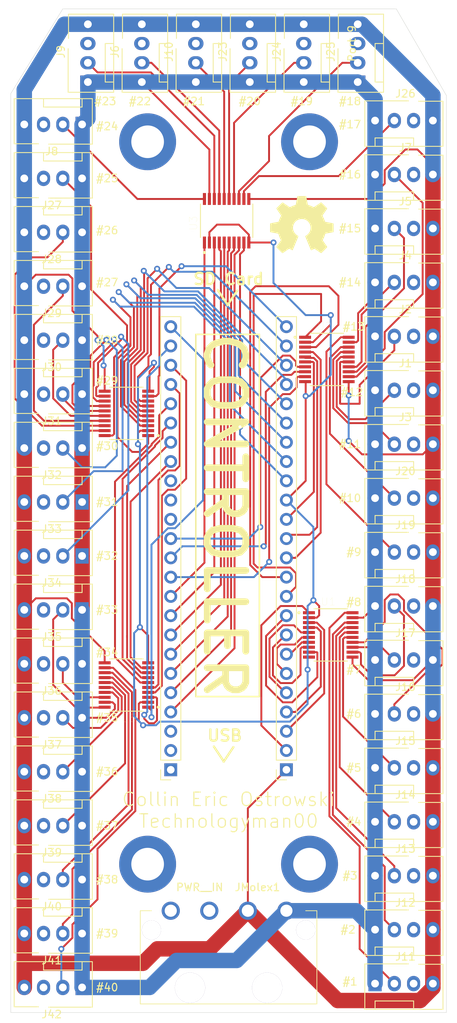
<source format=kicad_pcb>
(kicad_pcb (version 20210424) (generator pcbnew)
  (layers (0 "F.Cu" signal) (31 "B.Cu" signal) (34 "B.Paste" user) (35 "F.Paste" user) (36 "B.SilkS" user "B.Silkscreen") (37 "F.SilkS" user "F.Silkscreen") (38 "B.Mask" user) (39 "F.Mask" user) (44 "Edge.Cuts" user))
  (net 0 "")
  (net 1 "Net-(J1-Pad4)")
  (net 2 "Net-(J1-Pad3)")
  (net 3 "Net-(J1-Pad2)")
  (net 4 "Net-(J1-Pad1)")
  (net 5 "Net-(J2-Pad3)")
  (net 6 "Net-(J2-Pad2)")
  (net 7 "Net-(J3-Pad3)")
  (net 8 "Net-(J3-Pad2)")
  (net 9 "Net-(J4-Pad3)")
  (net 10 "Net-(J4-Pad2)")
  (net 11 "Net-(J5-Pad3)")
  (net 12 "Net-(J5-Pad2)")
  (net 13 "Net-(J6-Pad3)")
  (net 14 "Net-(J6-Pad2)")
  (net 15 "Net-(J7-Pad3)")
  (net 16 "Net-(J7-Pad2)")
  (net 17 "Net-(J8-Pad3)")
  (net 18 "Net-(J8-Pad2)")
  (net 19 "Net-(J9-Pad3)")
  (net 20 "Net-(J9-Pad2)")
  (net 21 "Net-(J10-Pad3)")
  (net 22 "Net-(J10-Pad2)")
  (net 23 "Net-(J11-Pad3)")
  (net 24 "Net-(J11-Pad2)")
  (net 25 "Net-(J12-Pad3)")
  (net 26 "Net-(J12-Pad2)")
  (net 27 "Net-(J13-Pad3)")
  (net 28 "Net-(J13-Pad2)")
  (net 29 "Net-(J14-Pad3)")
  (net 30 "Net-(J14-Pad2)")
  (net 31 "Net-(J15-Pad3)")
  (net 32 "Net-(J15-Pad2)")
  (net 33 "Net-(J16-Pad3)")
  (net 34 "Net-(J16-Pad2)")
  (net 35 "Net-(J17-Pad3)")
  (net 36 "Net-(J17-Pad2)")
  (net 37 "Net-(J18-Pad3)")
  (net 38 "Net-(J18-Pad2)")
  (net 39 "Net-(J19-Pad3)")
  (net 40 "Net-(J19-Pad2)")
  (net 41 "Net-(J20-Pad3)")
  (net 42 "Net-(J20-Pad2)")
  (net 43 "Net-(J21-Pad24)")
  (net 44 "Net-(J21-Pad23)")
  (net 45 "Net-(J21-Pad22)")
  (net 46 "Net-(J21-Pad21)")
  (net 47 "Net-(J21-Pad20)")
  (net 48 "Net-(J21-Pad19)")
  (net 49 "Net-(J21-Pad18)")
  (net 50 "Net-(J21-Pad17)")
  (net 51 "Net-(J21-Pad16)")
  (net 52 "Net-(J21-Pad15)")
  (net 53 "Net-(J21-Pad14)")
  (net 54 "Net-(J21-Pad13)")
  (net 55 "Net-(J21-Pad12)")
  (net 56 "Net-(J21-Pad11)")
  (net 57 "Net-(J21-Pad10)")
  (net 58 "Net-(J21-Pad9)")
  (net 59 "Net-(J21-Pad8)")
  (net 60 "Net-(J21-Pad7)")
  (net 61 "Net-(J21-Pad6)")
  (net 62 "Net-(J21-Pad5)")
  (net 63 "Net-(J21-Pad4)")
  (net 64 "Net-(J21-Pad3)")
  (net 65 "Net-(J21-Pad2)")
  (net 66 "Net-(J22-Pad24)")
  (net 67 "Net-(J22-Pad23)")
  (net 68 "Net-(J22-Pad22)")
  (net 69 "Net-(J22-Pad21)")
  (net 70 "Net-(J22-Pad20)")
  (net 71 "Net-(J22-Pad19)")
  (net 72 "Net-(J22-Pad18)")
  (net 73 "Net-(J22-Pad17)")
  (net 74 "Net-(J22-Pad16)")
  (net 75 "Net-(J22-Pad15)")
  (net 76 "Net-(J22-Pad14)")
  (net 77 "Net-(J22-Pad13)")
  (net 78 "Net-(J22-Pad12)")
  (net 79 "Net-(J22-Pad11)")
  (net 80 "Net-(J22-Pad10)")
  (net 81 "Net-(J22-Pad9)")
  (net 82 "Net-(J22-Pad8)")
  (net 83 "Net-(J22-Pad7)")
  (net 84 "Net-(J22-Pad6)")
  (net 85 "Net-(J22-Pad5)")
  (net 86 "Net-(J22-Pad4)")
  (net 87 "Net-(J22-Pad3)")
  (net 88 "Net-(J22-Pad2)")
  (net 89 "Net-(J22-Pad1)")
  (net 90 "Net-(J23-Pad3)")
  (net 91 "Net-(J23-Pad2)")
  (net 92 "Net-(J24-Pad3)")
  (net 93 "Net-(J24-Pad2)")
  (net 94 "Net-(J25-Pad3)")
  (net 95 "Net-(J25-Pad2)")
  (net 96 "Net-(J26-Pad3)")
  (net 97 "Net-(J26-Pad2)")
  (net 98 "Net-(J27-Pad3)")
  (net 99 "Net-(J27-Pad2)")
  (net 100 "Net-(J28-Pad3)")
  (net 101 "Net-(J28-Pad2)")
  (net 102 "Net-(J29-Pad3)")
  (net 103 "Net-(J29-Pad2)")
  (net 104 "Net-(J30-Pad3)")
  (net 105 "Net-(J30-Pad2)")
  (net 106 "Net-(J31-Pad3)")
  (net 107 "Net-(J31-Pad2)")
  (net 108 "Net-(J32-Pad3)")
  (net 109 "Net-(J32-Pad2)")
  (net 110 "Net-(J33-Pad3)")
  (net 111 "Net-(J33-Pad2)")
  (net 112 "Net-(J34-Pad3)")
  (net 113 "Net-(J34-Pad2)")
  (net 114 "Net-(J35-Pad3)")
  (net 115 "Net-(J35-Pad2)")
  (net 116 "Net-(J36-Pad3)")
  (net 117 "Net-(J36-Pad2)")
  (net 118 "Net-(J37-Pad3)")
  (net 119 "Net-(J37-Pad2)")
  (net 120 "Net-(J38-Pad3)")
  (net 121 "Net-(J38-Pad2)")
  (net 122 "Net-(J39-Pad3)")
  (net 123 "Net-(J39-Pad2)")
  (net 124 "Net-(J40-Pad3)")
  (net 125 "Net-(J40-Pad2)")
  (net 126 "Net-(J41-Pad3)")
  (net 127 "Net-(J41-Pad2)")
  (net 128 "Net-(J42-Pad3)")
  (net 129 "Net-(J42-Pad2)")
  (net 130 "Net-(JMolex1-Pad2)")
  (net 131 "Net-(JMolex1-Pad1)")
  (footprint "Connector:FanPinHeader_1x04_P2.54mm_Vertical" (layer "F.Cu") (at 146.304 65.024)
    (fp_text reference "J7")
    (fp_text value "Conn_01x04_Male")
  )
  (footprint "Connector:FanPinHeader_1x04_P2.54mm_Vertical" (layer "F.Cu") (at 146.304 171.704)
    (fp_text reference "J11")
    (fp_text value "Conn_01x04_Male")
  )
  (footprint "Connector:FanPinHeader_1x04_P2.54mm_Vertical" (layer "F.Cu") (at 146.304 164.592)
    (fp_text reference "J12")
    (fp_text value "Conn_01x04_Male")
  )
  (footprint "Connector:FanPinHeader_1x04_P2.54mm_Vertical" (layer "F.Cu") (at 146.304 157.48)
    (fp_text reference "J13")
    (fp_text value "Conn_01x04_Male")
  )
  (footprint "Connector:FanPinHeader_1x04_P2.54mm_Vertical" (layer "F.Cu") (at 146.304 150.368)
    (fp_text reference "J14")
    (fp_text value "Conn_01x04_Male")
  )
  (footprint "Connector:FanPinHeader_1x04_P2.54mm_Vertical" (layer "F.Cu") (at 146.304 143.256)
    (fp_text reference "J15")
    (fp_text value "Conn_01x04_Male")
  )
  (footprint "Connector:FanPinHeader_1x04_P2.54mm_Vertical" (layer "F.Cu") (at 146.304 136.144)
    (fp_text reference "J16")
    (fp_text value "Conn_01x04_Male")
  )
  (footprint "Connector:FanPinHeader_1x04_P2.54mm_Vertical" (layer "F.Cu") (at 146.304 129.032)
    (fp_text reference "J17")
    (fp_text value "Conn_01x04_Male")
  )
  (footprint "Connector:FanPinHeader_1x04_P2.54mm_Vertical" (layer "F.Cu") (at 146.304 121.92)
    (fp_text reference "J18")
    (fp_text value "Conn_01x04_Male")
  )
  (footprint "Connector:FanPinHeader_1x04_P2.54mm_Vertical" (layer "F.Cu") (at 146.304 114.808)
    (fp_text reference "J19")
    (fp_text value "Conn_01x04_Male")
  )
  (footprint "Connector:FanPinHeader_1x04_P2.54mm_Vertical" (layer "F.Cu") (at 107.696 101.092 180)
    (fp_text reference "J32")
    (fp_text value "Conn_01x04_Male")
  )
  (footprint "Connector:FanPinHeader_1x04_P2.54mm_Vertical" (layer "F.Cu") (at 107.696 108.204 180)
    (fp_text reference "J33")
    (fp_text value "Conn_01x04_Male")
  )
  (footprint "Connector:FanPinHeader_1x04_P2.54mm_Vertical" (layer "F.Cu") (at 107.696 115.316 180)
    (fp_text reference "J34")
    (fp_text value "Conn_01x04_Male")
  )
  (footprint "TXS0108EPWR:SOP65P640X120-20N" (layer "F.Cu") (at 140.462 125.73)
    (fp_text reference "U1")
    (fp_text value "TXS0108EPWR")
  )
  (footprint "TXS0108EPWR:SOP65P640X120-20N" (layer "F.Cu") (at 139.954 89.408)
    (fp_text reference "U2")
    (fp_text value "TXS0108EPWR")
  )
  (footprint "TXS0108EPWR:SOP65P640X120-20N" (layer "F.Cu") (at 126.746 71.12 90)
    (fp_text reference "U3")
    (fp_text value "TXS0108EPWR")
  )
  (footprint "TXS0108EPWR:SOP65P640X120-20N" (layer "F.Cu") (at 113.538 96.52 180)
    (fp_text reference "U4")
    (fp_text value "TXS0108EPWR")
  )
  (footprint "TXS0108EPWR:SOP65P640X120-20N" (layer "F.Cu") (at 113.538 132.334 180)
    (fp_text reference "U5")
    (fp_text value "TXS0108EPWR")
  )
  (footprint "Connector_PinSocket_2.54mm:PinSocket_1x24_P2.54mm_Vertical" (layer "F.Cu") (at 119.38 143.51 180)
    (fp_text reference "J22" hide)
    (fp_text value "Conn_01x24_Female")
  )
  (footprint "Connector:FanPinHeader_1x04_P2.54mm_Vertical" (layer "F.Cu") (at 107.696 86.868 180)
    (fp_text reference "J30")
    (fp_text value "Conn_01x04_Male")
  )
  (footprint "Connector:FanPinHeader_1x04_P2.54mm_Vertical" (layer "F.Cu") (at 107.696 93.98 180)
    (fp_text reference "J31")
    (fp_text value "Conn_01x04_Male")
  )
  (footprint "Connector:FanPinHeader_1x04_P2.54mm_Vertical" (layer "F.Cu") (at 107.696 79.756 180)
    (fp_text reference "J29")
    (fp_text value "Conn_01x04_Male")
  )
  (footprint "Connector:FanPinHeader_1x04_P2.54mm_Vertical" (layer "F.Cu") (at 107.696 72.644 180)
    (fp_text reference "J28")
    (fp_text value "Conn_01x04_Male")
  )
  (footprint "Connector:FanPinHeader_1x04_P2.54mm_Vertical" (layer "F.Cu") (at 107.696 172.212 180)
    (fp_text reference "J42")
    (fp_text value "Conn_01x04_Male")
  )
  (footprint "Connector:FanPinHeader_1x04_P2.54mm_Vertical" (layer "F.Cu") (at 107.696 122.428 180)
    (fp_text reference "J35")
    (fp_text value "Conn_01x04_Male")
  )
  (footprint "Connector:FanPinHeader_1x04_P2.54mm_Vertical" (layer "F.Cu") (at 107.696 165.1 180)
    (fp_text reference "J41")
    (fp_text value "Conn_01x04_Male")
  )
  (footprint "Connector:FanPinHeader_1x04_P2.54mm_Vertical" (layer "F.Cu") (at 107.696 150.876 180)
    (fp_text reference "J39")
    (fp_text value "Conn_01x04_Male")
  )
  (footprint "Connector:FanPinHeader_1x04_P2.54mm_Vertical" (layer "F.Cu") (at 107.696 129.54 180)
    (fp_text reference "J36")
    (fp_text value "Conn_01x04_Male")
  )
  (footprint "Connector:FanPinHeader_1x04_P2.54mm_Vertical" (layer "F.Cu") (at 107.696 143.764 180)
    (fp_text reference "J38")
    (fp_text value "Conn_01x04_Male")
  )
  (footprint "Connector:FanPinHeader_1x04_P2.54mm_Vertical" (layer "F.Cu") (at 107.696 136.652 180)
    (fp_text reference "J37")
    (fp_text value "Conn_01x04_Male")
  )
  (footprint "Connector:FanPinHeader_1x04_P2.54mm_Vertical" (layer "F.Cu") (at 144.018 52.832 90)
    (fp_text reference "J25")
    (fp_text value "Conn_01x04_Male")
  )
  (footprint "Connector:FanPinHeader_1x04_P2.54mm_Vertical" (layer "F.Cu") (at 129.794 52.832 90)
    (fp_text reference "J23")
    (fp_text value "Conn_01x04_Male")
  )
  (footprint "Connector:FanPinHeader_1x04_P2.54mm_Vertical" (layer "F.Cu") (at 107.696 65.532 180)
    (fp_text reference "J27")
    (fp_text value "Conn_01x04_Male")
  )
  (footprint "Connector:FanPinHeader_1x04_P2.54mm_Vertical" (layer "F.Cu") (at 136.906 52.832 90)
    (fp_text reference "J24")
    (fp_text value "Conn_01x04_Male")
  )
  (footprint "Connector:FanPinHeader_1x04_P2.54mm_Vertical" (layer "F.Cu") (at 146.304 57.912)
    (fp_text reference "J26")
    (fp_text value "Conn_01x04_Male")
  )
  (footprint "Connector:FanPinHeader_1x04_P2.54mm_Vertical" (layer "F.Cu") (at 122.682 52.832 90)
    (fp_text reference "J10")
    (fp_text value "Conn_01x04_Male")
  )
  (footprint "Connector:FanPinHeader_1x04_P2.54mm_Vertical" (layer "F.Cu") (at 115.57 52.832 90)
    (fp_text reference "J6")
    (fp_text value "Conn_01x04_Male")
  )
  (footprint "Connector:FanPinHeader_1x04_P2.54mm_Vertical" (layer "F.Cu") (at 107.696 58.42 180)
    (fp_text reference "J8")
    (fp_text value "Conn_01x04_Male")
  )
  (footprint "Connector:FanPinHeader_1x04_P2.54mm_Vertical" (layer "F.Cu") (at 108.458 52.832 90)
    (fp_text reference "J9")
    (fp_text value "Conn_01x04_Male")
  )
  (footprint "Connector:FanPinHeader_1x04_P2.54mm_Vertical" (layer "F.Cu") (at 107.696 157.988 180)
    (fp_text reference "J40")
    (fp_text value "Conn_01x04_Male")
  )
  (footprint "Molex:7708461" (layer "F.Cu") (at 127 167.64 180)
    (fp_text reference "JMolex1")
    (fp_text value "Conn_01x04_Male")
  )
  (footprint "Connector:FanPinHeader_1x04_P2.54mm_Vertical" (layer "F.Cu") (at 146.304 93.472)
    (fp_text reference "J1")
    (fp_text value "Conn_01x04_Male")
  )
  (footprint "Connector:FanPinHeader_1x04_P2.54mm_Vertical" (layer "F.Cu") (at 146.304 86.36)
    (fp_text reference "J2")
    (fp_text value "Conn_01x04_Male")
  )
  (footprint "Connector:FanPinHeader_1x04_P2.54mm_Vertical" (layer "F.Cu") (at 146.304 79.248)
    (fp_text reference "J4")
    (fp_text value "Conn_01x04_Male")
  )
  (footprint "Connector:FanPinHeader_1x04_P2.54mm_Vertical" (layer "F.Cu") (at 146.304 100.584)
    (fp_text reference "J3")
    (fp_text value "Conn_01x04_Male")
  )
  (footprint "Connector:FanPinHeader_1x04_P2.54mm_Vertical" (layer "F.Cu") (at 146.304 72.136)
    (fp_text reference "J5")
    (fp_text value "Conn_01x04_Male")
  )
  (footprint "Connector:FanPinHeader_1x04_P2.54mm_Vertical" (layer "F.Cu") (at 146.304 107.696)
    (fp_text reference "J20")
    (fp_text value "Conn_01x04_Male")
  )
  (footprint "Connector_PinSocket_2.54mm:PinSocket_1x24_P2.54mm_Vertical" (layer "F.Cu") (at 134.62 143.51 180)
    (fp_text reference "J21" hide)
    (fp_text value "Conn_01x24_Female")
  )
  (footprint "OpenSource:OpenSourceFix" (layer "F.Cu") (at 136.652 71.628)
    (fp_text reference "G***" hide)
    (fp_text value "LOGO" hide)
  )
  (footprint "MountingHole:MountingHole_4.3mm_M4_DIN965_Pad" (layer "F.Cu") (at 116.332 155.956)
    (fp_text reference "REF**" hide)
    (fp_text value "MountingHole_4.3mm_M4_DIN965_Pad")
  )
  (footprint "MountingHole:MountingHole_4.3mm_M4_DIN965_Pad" (layer "F.Cu") (at 137.668 155.956)
    (fp_text reference "REF**" hide)
    (fp_text value "MountingHole_4.3mm_M4_DIN965_Pad")
  )
  (footprint "MountingHole:MountingHole_4.3mm_M4_DIN965_Pad" (layer "F.Cu") (at 116.332 60.706)
    (fp_text reference "REF**" hide)
    (fp_text value "MountingHole_4.3mm_M4_DIN965_Pad")
  )
  (footprint "MountingHole:MountingHole_4.3mm_M4_DIN965_Pad" (layer "F.Cu") (at 137.668 60.706)
    (fp_text reference "REF**" hide)
    (fp_text value "MountingHole_4.3mm_M4_DIN965_Pad")
  )
  (gr_line (start 122.682 133.858) (end 122.682 86.106) (layer "F.SilkS") (width 0.2032))
  (gr_line (start 131.064 133.858) (end 122.682 133.858) (layer "F.SilkS") (width 0.2032))
  (gr_line (start 131.064 86.106) (end 131.064 133.858) (layer "F.SilkS") (width 0.2032))
  (gr_line (start 122.682 86.106) (end 131.064 86.106) (layer "F.SilkS") (width 0.2032))
  (gr_line (start 98.298 54.356) (end 98.298 175.514) (layer "Edge.Cuts") (width 0.05))
  (gr_line (start 149.098 43.18) (end 105.156 43.18) (layer "Edge.Cuts") (width 0.05))
  (gr_line (start 105.156 43.18) (end 98.298 54.356) (layer "Edge.Cuts") (width 0.05))
  (gr_line (start 98.298 175.514) (end 155.702 175.514) (layer "Edge.Cuts") (width 0.05))
  (gr_line (start 155.702 175.514) (end 155.702 54.61) (layer "Edge.Cuts") (width 0.05))
  (gr_line (start 155.702 54.61) (end 149.098 43.18) (layer "Edge.Cuts") (width 0.05))
  (gr_text "Port 9" (at 143.256 47.752 90) (layer "F.SilkS") (effects (font (size 1 1))))
  (gr_text "#16" (at 143.002 65.024) (layer "F.SilkS") (effects (font (size 1 1))))
  (gr_text "#18" (at 143.002 55.372) (layer "F.SilkS") (effects (font (size 1 1))))
  (gr_text "#38" (at 110.998 157.988) (layer "F.SilkS") (effects (font (size 1 1))))
  (gr_text "#12" (at 143.256 93.726) (layer "F.SilkS") (effects (font (size 1 1))))
  (gr_text "#14" (at 143.002 79.248) (layer "F.SilkS") (effects (font (size 1 1))))
  (gr_text "#37" (at 110.998 150.876) (layer "F.SilkS") (effects (font (size 1 1))))
  (gr_text "#11" (at 143.002 100.584) (layer "F.SilkS") (effects (font (size 1 1))))
  (gr_text "#26" (at 110.998 72.39) (layer "F.SilkS") (effects (font (size 1 1))))
  (gr_text "Collin Eric Ostrowski\nTechnologyman00" (at 127 148.844) (layer "F.SilkS") (effects (font (size 1.778 1.778))))
  (gr_text "#40" (at 110.998 172.212) (layer "F.SilkS") (effects (font (size 1 1))))
  (gr_text "#7" (at 143.51 130.302) (layer "F.SilkS") (effects (font (size 1 1))))
  (gr_text "#27" (at 110.998 79.248) (layer "F.SilkS") (effects (font (size 1 1))))
  (gr_text "#39" (at 110.998 165.1) (layer "F.SilkS") (effects (font (size 1 1))))
  (gr_text "#24" (at 110.998 58.674) (layer "F.SilkS") (effects (font (size 1 1))))
  (gr_text "#3\n" (at 143.002 157.48) (layer "F.SilkS") (effects (font (size 1 1))))
  (gr_text "#21" (at 122.428 55.372) (layer "F.SilkS") (effects (font (size 1 1))))
  (gr_text "#5" (at 143.51 143.256) (layer "F.SilkS") (effects (font (size 1 1))))
  (gr_text "USB\n\\/" (at 126.492 140.208) (layer "F.SilkS") (effects (font (size 1.5 1.5) (thickness 0.3))))
  (gr_text "#31" (at 110.998 108.204) (layer "F.SilkS") (effects (font (size 1 1))))
  (gr_text "#1" (at 143.002 171.45) (layer "F.SilkS") (effects (font (size 1 1))))
  (gr_text "#2" (at 142.748 164.592) (layer "F.SilkS") (effects (font (size 1 1))))
  (gr_text "#23" (at 110.744 55.372) (layer "F.SilkS") (effects (font (size 1 1))))
  (gr_text "#19" (at 136.652 55.372) (layer "F.SilkS") (effects (font (size 1 1))))
  (gr_text "#10" (at 143.002 107.696) (layer "F.SilkS") (effects (font (size 1 1))))
  (gr_text "#6" (at 143.51 136.144) (layer "F.SilkS") (effects (font (size 1 1))))
  (gr_text "#35" (at 110.998 136.652) (layer "F.SilkS") (effects (font (size 1 1))))
  (gr_text "#17" (at 143.002 58.42) (layer "F.SilkS") (effects (font (size 1 1))))
  (gr_text "#4" (at 143.51 150.368) (layer "F.SilkS") (effects (font (size 1 1))))
  (gr_text "#33" (at 110.998 122.428) (layer "F.SilkS") (effects (font (size 1 1))))
  (gr_text "CONTROLLER" (at 126.492 109.982 -90) (layer "F.SilkS") (effects (font (size 5.08 5.08) (thickness 0.889))))
  (gr_text "SD Card\n\\/" (at 127 80.01) (layer "F.SilkS") (effects (font (size 1.4986 1.4986) (thickness 0.3))))
  (gr_text "#8" (at 143.51 121.412) (layer "F.SilkS") (effects (font (size 1 1))))
  (gr_text "#25" (at 110.998 65.532) (layer "F.SilkS") (effects (font (size 1 1))))
  (gr_text "#29" (at 110.998 92.202) (layer "F.SilkS") (effects (font (size 1 1))))
  (gr_text "#32" (at 110.998 115.316) (layer "F.SilkS") (effects (font (size 1 1))))
  (gr_text "#34" (at 110.998 128.016) (layer "F.SilkS") (effects (font (size 1 1))))
  (gr_text "#20" (at 129.794 55.372) (layer "F.SilkS") (effects (font (size 1 1))))
  (gr_text "#22" (at 115.316 55.372) (layer "F.SilkS") (effects (font (size 1 1))))
  (gr_text "#30" (at 110.998 100.838) (layer "F.SilkS") (effects (font (size 1 1))))
  (gr_text "PWR__IN" (at 123.19 159.004) (layer "F.SilkS") (effects (font (size 1 1))))
  (gr_text "#13" (at 143.51 85.09) (layer "F.SilkS") (effects (font (size 1 1))))
  (gr_text "#9" (at 143.51 114.808) (layer "F.SilkS") (effects (font (size 1 1))))
  (gr_text "#36" (at 110.998 143.764) (layer "F.SilkS") (effects (font (size 1 1))))
  (gr_text "#28" (at 110.998 86.868) (layer "F.SilkS") (effects (font (size 1 1))))
  (gr_text "#15" (at 143.002 72.136) (layer "F.SilkS") (effects (font (size 1 1))))
  (segment (start 142.824 94.158) (end 142.824 94.158) (width 0.25) (layer "F.Cu") (net 1))
  (segment (start 106.426 83.000315) (end 106.426 78.74) (width 0.25) (layer "F.Cu") (net 1))
  (segment (start 100.076 129.54) (end 100.076 122.428) (width 2.032) (layer "F.Cu") (net 1))
  (segment (start 145.419 131.703) (end 143.332 129.616) (width 0.25) (layer "F.Cu") (net 1))
  (segment (start 152.58399 101.92401) (end 153.924 100.584) (width 0.25) (layer "F.Cu") (net 1))
  (segment (start 110.668 129.409) (end 110.668 127.865002) (width 0.25) (layer "F.Cu") (net 1))
  (segment (start 153.924 114.808) (end 153.924 107.696) (width 2.032) (layer "F.Cu") (net 1))
  (segment (start 106.426 78.74) (end 105.918 78.232) (width 0.25) (layer "F.Cu") (net 1))
  (segment (start 109.728 86.302315) (end 106.426 83.000315) (width 0.25) (layer "F.Cu") (net 1))
  (segment (start 100.076 136.652) (end 100.076 129.54) (width 2.032) (layer "F.Cu") (net 1))
  (segment (start 151.887 61.722) (end 153.924 63.759) (width 0.25) (layer "F.Cu") (net 1))
  (segment (start 142.824 100.152) (end 144.59601 101.92401) (width 0.25) (layer "F.Cu") (net 1))
  (segment (start 109.728 86.868) (end 109.728 86.302315) (width 0.25) (layer "F.Cu") (net 1))
  (segment (start 129.54 148.59) (end 129.54 162.095) (width 0.25) (layer "F.Cu") (net 1))
  (segment (start 110.668 90.342896) (end 110.527724 90.20262) (width 0.25) (layer "F.Cu") (net 1))
  (segment (start 147.574 66.219002) (end 147.574 64.461072) (width 0.25) (layer "F.Cu") (net 1))
  (segment (start 141.380001 173.935001) (end 129.54 162.095) (width 2.032) (layer "F.Cu") (net 1))
  (segment (start 144.59601 101.92401) (end 152.58399 101.92401) (width 0.25) (layer "F.Cu") (net 1))
  (segment (start 153.924 164.592) (end 153.924 157.48) (width 2.032) (layer "F.Cu") (net 1))
  (segment (start 153.924 100.584) (end 153.924 93.472) (width 2.032) (layer "F.Cu") (net 1))
  (segment (start 153.924 79.248) (end 153.924 72.136) (width 2.032) (layer "F.Cu") (net 1))
  (segment (start 153.924 171.704) (end 153.924 172.256992) (width 2.032) (layer "F.Cu") (net 1))
  (segment (start 151.253 131.703) (end 145.419 131.703) (width 0.25) (layer "F.Cu") (net 1))
  (segment (start 153.924 72.136) (end 153.924 65.024) (width 2.032) (layer "F.Cu") (net 1))
  (segment (start 100.214999 169.026001) (end 100.076 169.165) (width 2.032) (layer "F.Cu") (net 1))
  (segment (start 153.924 93.472) (end 153.924 86.36) (width 2.032) (layer "F.Cu") (net 1))
  (segment (start 100.076 165.1) (end 100.076 157.988) (width 2.032) (layer "F.Cu") (net 1))
  (segment (start 110.668 93.595) (end 110.668 90.342896) (width 0.25) (layer "F.Cu") (net 1))
  (segment (start 153.924 143.256) (end 153.924 136.144) (width 2.032) (layer "F.Cu") (net 1))
  (segment (start 106.34601 121.558546) (end 105.691464 120.904) (width 0.25) (layer "F.Cu") (net 1))
  (segment (start 100.076 172.212) (end 100.076 165.1) (width 2.032) (layer "F.Cu") (net 1))
  (segment (start 100.076 108.204) (end 100.076 101.092) (width 2.032) (layer "F.Cu") (net 1))
  (segment (start 105.691464 120.904) (end 101.6 120.904) (width 0.25) (layer "F.Cu") (net 1))
  (segment (start 152.245991 173.935001) (end 141.380001 173.935001) (width 2.032) (layer "F.Cu") (net 1))
  (segment (start 153.924 86.36) (end 153.924 79.248) (width 2.032) (layer "F.Cu") (net 1))
  (segment (start 129.54 162.095) (end 124.513999 167.121001) (width 2.032) (layer "F.Cu") (net 1))
  (segment (start 105.918 78.232) (end 101.6 78.232) (width 0.25) (layer "F.Cu") (net 1))
  (segment (start 117.612999 167.121001) (end 115.707999 169.026001) (width 2.032) (layer "F.Cu") (net 1))
  (segment (start 100.076 115.316) (end 100.076 108.204) (width 2.032) (layer "F.Cu") (net 1))
  (segment (start 153.924 107.696) (end 153.924 100.584) (width 2.032) (layer "F.Cu") (net 1))
  (segment (start 145.543002 68.25) (end 147.574 66.219002) (width 0.25) (layer "F.Cu") (net 1))
  (segment (start 101.6 78.232) (end 100.076 79.756) (width 0.25) (layer "F.Cu") (net 1))
  (segment (start 151.253 131.703) (end 153.924 129.032) (width 0.25) (layer "F.Cu") (net 1))
  (segment (start 153.924 63.759) (end 153.924 65.024) (width 0.25) (layer "F.Cu") (net 1))
  (segment (start 153.924 157.48) (end 153.924 150.368) (width 2.032) (layer "F.Cu") (net 1))
  (segment (start 115.707999 169.026001) (end 100.214999 169.026001) (width 2.032) (layer "F.Cu") (net 1))
  (segment (start 100.076 150.876) (end 100.076 143.764) (width 2.032) (layer "F.Cu") (net 1))
  (segment (start 110.668 127.865002) (end 106.34601 123.543012) (width 0.25) (layer "F.Cu") (net 1))
  (segment (start 100.076 157.988) (end 100.076 150.876) (width 2.032) (layer "F.Cu") (net 1))
  (segment (start 100.076 143.764) (end 100.076 136.652) (width 2.032) (layer "F.Cu") (net 1))
  (segment (start 101.6 120.904) (end 100.076 122.428) (width 0.25) (layer "F.Cu") (net 1))
  (segment (start 150.313072 61.722) (end 151.887 61.722) (width 0.25) (layer "F.Cu") (net 1))
  (segment (start 142.824 92.333) (end 142.824 94.158) (width 0.25) (layer "F.Cu") (net 1))
  (segment (start 106.34601 123.543012) (end 106.34601 121.558546) (width 0.25) (layer "F.Cu") (net 1))
  (segment (start 129.671 68.25) (end 145.543002 68.25) (width 0.25) (layer "F.Cu") (net 1))
  (segment (start 124.513999 167.121001) (end 117.612999 167.121001) (width 2.032) (layer "F.Cu") (net 1))
  (segment (start 143.332 129.616) (end 143.332 128.655) (width 0.25) (layer "F.Cu") (net 1))
  (segment (start 153.924 172.256992) (end 152.245991 173.935001) (width 2.032) (layer "F.Cu") (net 1))
  (segment (start 153.924 171.704) (end 153.924 164.592) (width 2.032) (layer "F.Cu") (net 1))
  (segment (start 100.076 122.428) (end 100.076 115.316) (width 2.032) (layer "F.Cu") (net 1))
  (segment (start 100.076 169.165) (end 100.076 172.212) (width 2.032) (layer "F.Cu") (net 1))
  (segment (start 147.574 64.461072) (end 150.313072 61.722) (width 0.25) (layer "F.Cu") (net 1))
  (segment (start 153.924 150.368) (end 153.924 143.256) (width 2.032) (layer "F.Cu") (net 1))
  (segment (start 134.62 143.51) (end 129.54 148.59) (width 0.25) (layer "F.Cu") (net 1))
  (segment (start 153.924 121.92) (end 153.924 114.808) (width 2.032) (layer "F.Cu") (net 1))
  (via (at 142.824 100.152) (size 0.8) (drill 0.4) (layers "F.Cu" "B.Cu") (net 1))
  (via (at 110.527724 90.20262) (size 0.8) (drill 0.4) (layers "F.Cu" "B.Cu") (net 1))
  (via (at 109.728 86.868) (size 0.8) (drill 0.4) (layers "F.Cu" "B.Cu") (net 1))
  (via (at 142.824 94.158) (size 0.8) (drill 0.4) (layers "F.Cu" "B.Cu") (net 1))
  (segment (start 109.728 86.868) (end 109.728 86.868) (width 0.25) (layer "B.Cu") (net 1))
  (segment (start 142.824 100.152) (end 142.824 100.152) (width 0.25) (layer "B.Cu") (net 1))
  (segment (start 100.076 86.868) (end 100.076 79.756) (width 2.032) (layer "B.Cu") (net 1))
  (segment (start 129.794 45.212) (end 136.906 45.212) (width 2.032) (layer "B.Cu") (net 1))
  (segment (start 144.018 45.212) (end 144.570992 45.212) (width 2.032) (layer "B.Cu") (net 1))
  (segment (start 144.570992 45.212) (end 153.924 54.565008) (width 2.032) (layer "B.Cu") (net 1))
  (segment (start 100.076 101.092) (end 100.076 93.98) (width 2.032) (layer "B.Cu") (net 1))
  (segment (start 109.728 86.868) (end 110.527724 87.667724) (width 0.25) (layer "B.Cu") (net 1))
  (segment (start 100.076 79.756) (end 100.076 72.644) (width 2.032) (layer "B.Cu") (net 1))
  (segment (start 100.076 53.831313) (end 105.365131 45.212) (width 2.032) (layer "B.Cu") (net 1))
  (segment (start 142.824 94.158) (end 142.824 100.152) (width 0.25) (layer "B.Cu") (net 1))
  (segment (start 100.076 72.644) (end 100.076 65.532) (width 2.032) (layer "B.Cu") (net 1))
  (segment (start 153.924 129.032) (end 153.924 121.92) (width 2.032) (layer "B.Cu") (net 1))
  (segment (start 100.076 93.98) (end 100.076 86.868) (width 2.032) (layer "B.Cu") (net 1))
  (segment (start 153.924 57.912) (end 153.924 65.024) (width 2.032) (layer "B.Cu") (net 1))
  (segment (start 108.458 45.212) (end 115.57 45.212) (width 2.032) (layer "B.Cu") (net 1))
  (segment (start 122.682 45.212) (end 129.794 45.212) (width 2.032) (layer "B.Cu") (net 1))
  (segment (start 105.365131 45.212) (end 108.458 45.212) (width 2.032) (layer "B.Cu") (net 1))
  (segment (start 136.906 45.212) (end 144.018 45.212) (width 2.032) (layer "B.Cu") (net 1))
  (segment (start 153.924 136.144) (end 153.924 129.032) (width 2.032) (layer "B.Cu") (net 1))
  (segment (start 153.924 54.565008) (end 153.924 57.912) (width 2.032) (layer "B.Cu") (net 1))
  (segment (start 110.527724 87.667724) (end 110.527724 90.20262) (width 0.25) (layer "B.Cu") (net 1))
  (segment (start 100.076 65.532) (end 100.076 58.42) (width 2.032) (layer "B.Cu") (net 1))
  (segment (start 115.57 45.212) (end 122.682 45.212) (width 2.032) (layer "B.Cu") (net 1))
  (segment (start 100.076 58.42) (end 100.076 53.831313) (width 2.032) (layer "B.Cu") (net 1))
  (segment (start 145.034 97.282) (end 142.882055 97.282) (width 0.25) (layer "F.Cu") (net 3))
  (segment (start 141.246044 89.625956) (end 141.789 89.083) (width 0.25) (layer "F.Cu") (net 3))
  (segment (start 142.882055 97.282) (end 141.246044 95.645989) (width 0.25) (layer "F.Cu") (net 3))
  (segment (start 148.844 93.472) (end 145.034 97.282) (width 0.25) (layer "F.Cu") (net 3))
  (segment (start 141.789 89.083) (end 142.824 89.083) (width 0.25) (layer "F.Cu") (net 3))
  (segment (start 141.246044 95.645989) (end 141.246044 89.625956) (width 0.25) (layer "F.Cu") (net 3))
  (segment (start 107.696 99.827) (end 108.728 98.795) (width 0.25) (layer "F.Cu") (net 4))
  (segment (start 144.769 123.455) (end 146.304 121.92) (width 0.25) (layer "F.Cu") (net 4))
  (segment (start 107.696 136.652) (end 110.850002 136.652) (width 0.25) (layer "F.Cu") (net 4))
  (segment (start 112.014 135.488002) (end 112.014 134.92) (width 0.25) (layer "F.Cu") (net 4))
  (segment (start 142.824 87.133) (end 143.859 87.133) (width 0.25) (layer "F.Cu") (net 4))
  (segment (start 110.850002 136.652) (end 112.014 135.488002) (width 0.25) (layer "F.Cu") (net 4))
  (segment (start 111.703 134.609) (end 110.668 134.609) (width 0.25) (layer "F.Cu") (net 4))
  (segment (start 144.07599 86.91601) (end 144.075991 83.304601) (width 0.25) (layer "F.Cu") (net 4))
  (segment (start 124.471 61.733) (end 115.57 52.832) (width 0.25) (layer "F.Cu") (net 4))
  (segment (start 146.304 81.076592) (end 146.304 79.248) (width 0.25) (layer "F.Cu") (net 4))
  (segment (start 143.332 123.455) (end 144.769 123.455) (width 0.25) (layer "F.Cu") (net 4))
  (segment (start 112.014 134.92) (end 111.703 134.609) (width 0.25) (layer "F.Cu") (net 4))
  (segment (start 144.075991 83.304601) (end 146.304 81.076592) (width 0.25) (layer "F.Cu") (net 4))
  (segment (start 107.696 101.092) (end 107.696 108.204) (width 2.032) (layer "F.Cu") (net 4))
  (segment (start 143.859 87.133) (end 144.07599 86.91601) (width 0.25) (layer "F.Cu") (net 4))
  (segment (start 107.696 101.092) (end 107.696 99.827) (width 0.25) (layer "F.Cu") (net 4))
  (segment (start 108.728 98.795) (end 110.668 98.795) (width 0.25) (layer "F.Cu") (net 4))
  (segment (start 107.696 115.316) (end 107.696 122.428) (width 2.032) (layer "F.Cu") (net 4))
  (segment (start 107.696 108.204) (end 107.696 115.316) (width 2.032) (layer "F.Cu") (net 4))
  (segment (start 107.696 129.878) (end 107.696 129.54) (width 0.25) (layer "F.Cu") (net 4))
  (segment (start 124.471 68.25) (end 124.471 61.733) (width 0.25) (layer "F.Cu") (net 4))
  (segment (start 146.304 164.592) (end 146.304 157.48) (width 2.032) (layer "B.Cu") (net 4))
  (segment (start 122.682 52.832) (end 115.57 52.832) (width 2.032) (layer "B.Cu") (net 4))
  (segment (start 134.62 162.095) (end 143.807 162.095) (width 2.032) (layer "B.Cu") (net 4))
  (segment (start 107.696 79.756) (end 107.696 86.868) (width 2.032) (layer "B.Cu") (net 4))
  (segment (start 107.696 136.652) (end 107.696 143.764) (width 2.032) (layer "B.Cu") (net 4))
  (segment (start 115.57 52.832) (end 108.458 52.832) (width 2.032) (layer "B.Cu") (net 4))
  (segment (start 146.304 157.48) (end 146.304 150.368) (width 2.032) (layer "B.Cu") (net 4))
  (segment (start 146.304 65.024) (end 146.304 57.912) (width 2.032) (layer "B.Cu") (net 4))
  (segment (start 146.304 143.256) (end 146.304 136.144) (width 2.032) (layer "B.Cu") (net 4))
  (segment (start 146.304 93.472) (end 146.304 86.36) (width 2.032) (layer "B.Cu") (net 4))
  (segment (start 108.458 52.832) (end 108.458 57.658) (width 2.032) (layer "B.Cu") (net 4))
  (segment (start 107.696 172.212) (end 116.586 172.212) (width 2.032) (layer "B.Cu") (net 4))
  (segment (start 146.304 164.592) (end 146.304 171.704) (width 2.032) (layer "B.Cu") (net 4))
  (segment (start 107.696 93.98) (end 107.696 101.092) (width 2.032) (layer "B.Cu") (net 4))
  (segment (start 107.696 143.764) (end 107.696 150.876) (width 2.032) (layer "B.Cu") (net 4))
  (segment (start 108.458 57.658) (end 107.696 58.42) (width 2.032) (layer "B.Cu") (net 4))
  (segment (start 136.906 52.832) (end 129.794 52.832) (width 2.032) (layer "B.Cu") (net 4))
  (segment (start 107.696 165.1) (end 107.696 172.212) (width 2.032) (layer "B.Cu") (net 4))
  (segment (start 146.304 107.696) (end 146.304 100.584) (width 2.032) (layer "B.Cu") (net 4))
  (segment (start 107.696 65.532) (end 107.696 72.644) (width 2.032) (layer "B.Cu") (net 4))
  (segment (start 146.304 121.92) (end 146.304 114.808) (width 2.032) (layer "B.Cu") (net 4))
  (segment (start 143.807 162.095) (end 146.304 164.592) (width 2.032) (layer "B.Cu") (net 4))
  (segment (start 107.696 72.644) (end 107.696 79.756) (width 2.032) (layer "B.Cu") (net 4))
  (segment (start 146.304 55.118) (end 144.018 52.832) (width 2.032) (layer "B.Cu") (net 4))
  (segment (start 146.304 100.584) (end 146.304 93.472) (width 2.032) (layer "B.Cu") (net 4))
  (segment (start 146.304 57.912) (end 146.304 55.118) (width 2.032) (layer "B.Cu") (net 4))
  (segment (start 116.586 172.212) (end 120.142 168.656) (width 2.032) (layer "B.Cu") (net 4))
  (segment (start 107.696 58.42) (end 107.696 65.532) (width 2.032) (layer "B.Cu") (net 4))
  (segment (start 146.304 114.808) (end 146.304 107.696) (width 2.032) (layer "B.Cu") (net 4))
  (segment (start 107.696 150.876) (end 107.696 157.988) (width 2.032) (layer "B.Cu") (net 4))
  (segment (start 146.304 129.032) (end 146.304 121.92) (width 2.032) (layer "B.Cu") (net 4))
  (segment (start 107.696 122.428) (end 107.696 129.54) (width 2.032) (layer "B.Cu") (net 4))
  (segment (start 107.696 86.868) (end 107.696 93.98) (width 2.032) (layer "B.Cu") (net 4))
  (segment (start 144.018 52.832) (end 136.906 52.832) (width 2.032) (layer "B.Cu") (net 4))
  (segment (start 107.696 129.54) (end 107.696 136.652) (width 2.032) (layer "B.Cu") (net 4))
  (segment (start 146.304 79.248) (end 146.304 72.136) (width 2.032) (layer "B.Cu") (net 4))
  (segment (start 129.794 52.832) (end 122.682 52.832) (width 2.032) (layer "B.Cu") (net 4))
  (segment (start 107.696 157.988) (end 107.696 165.1) (width 2.032) (layer "B.Cu") (net 4))
  (segment (start 146.304 150.368) (end 146.304 143.256) (width 2.032) (layer "B.Cu") (net 4))
  (segment (start 146.304 86.36) (end 146.304 79.248) (width 2.032) (layer "B.Cu") (net 4))
  (segment (start 146.304 72.136) (end 146.304 65.024) (width 2.032) (layer "B.Cu") (net 4))
  (segment (start 128.059 168.656) (end 134.62 162.095) (width 2.032) (layer "B.Cu") (net 4))
  (segment (start 146.304 136.144) (end 146.304 129.032) (width 2.032) (layer "B.Cu") (net 4))
  (segment (start 120.142 168.656) (end 128.059 168.656) (width 2.032) (layer "B.Cu") (net 4))
  (segment (start 141.732 95.25) (end 144.272 95.25) (width 0.25) (layer "F.Cu") (net 6))
  (segment (start 141.696055 89.825945) (end 141.696055 95.214055) (width 0.25) (layer "F.Cu") (net 6))
  (segment (start 141.789 89.733) (end 141.696055 89.825945) (width 0.25) (layer "F.Cu") (net 6))
  (segment (start 142.824 89.733) (end 141.789 89.733) (width 0.25) (layer "F.Cu") (net 6))
  (segment (start 144.272 95.25) (end 144.272 92.767666) (width 0.25) (layer "F.Cu") (net 6))
  (segment (start 144.272 92.767666) (end 148.844 88.195666) (width 0.25) (layer "F.Cu") (net 6))
  (segment (start 148.844 88.195666) (end 148.844 86.36) (width 0.25) (layer "F.Cu") (net 6))
  (segment (start 141.696055 95.214055) (end 141.732 95.25) (width 0.25) (layer "F.Cu") (net 6))
  (segment (start 140.796033 95.83239) (end 140.796033 89.425967) (width 0.25) (layer "F.Cu") (net 8))
  (segment (start 148.844 100.584) (end 146.0664 97.8064) (width 0.25) (layer "F.Cu") (net 8))
  (segment (start 142.770043 97.8064) (end 140.796033 95.83239) (width 0.25) (layer "F.Cu") (net 8))
  (segment (start 141.789 88.433) (end 142.824 88.433) (width 0.25) (layer "F.Cu") (net 8))
  (segment (start 140.796033 89.425967) (end 141.789 88.433) (width 0.25) (layer "F.Cu") (net 8))
  (segment (start 146.0664 97.8064) (end 142.770043 97.8064) (width 0.25) (layer "F.Cu") (net 8))
  (segment (start 148.769002 79.248) (end 148.844 79.248) (width 0.25) (layer "F.Cu") (net 10))
  (segment (start 143.859 90.383) (end 144.526 89.716) (width 0.25) (layer "F.Cu") (net 10))
  (segment (start 142.824 90.383) (end 143.859 90.383) (width 0.25) (layer "F.Cu") (net 10))
  (segment (start 144.526 89.716) (end 144.526 83.491002) (width 0.25) (layer "F.Cu") (net 10))
  (segment (start 144.526 83.491002) (end 148.769002 79.248) (width 0.25) (layer "F.Cu") (net 10))
  (segment (start 150.114 80.037464) (end 150.114 73.406) (width 0.25) (layer "F.Cu") (net 12))
  (segment (start 150.114 73.406) (end 148.844 72.136) (width 0.25) (layer "F.Cu") (net 12))
  (segment (start 145.034 89.858) (end 145.034 85.117464) (width 0.25) (layer "F.Cu") (net 12))
  (segment (start 142.824 91.033) (end 143.859 91.033) (width 0.25) (layer "F.Cu") (net 12))
  (segment (start 145.034 85.117464) (end 150.114 80.037464) (width 0.25) (layer "F.Cu") (net 12))
  (segment (start 143.859 91.033) (end 145.034 89.858) (width 0.25) (layer "F.Cu") (net 12))
  (segment (start 125.771 59.228) (end 116.835 50.292) (width 0.25) (layer "F.Cu") (net 14))
  (segment (start 125.771 68.25) (end 125.771 59.228) (width 0.25) (layer "F.Cu") (net 14))
  (segment (start 116.835 50.292) (end 115.57 50.292) (width 0.25) (layer "F.Cu") (net 14))
  (segment (start 142.824 91.683) (end 143.859 91.683) (width 0.25) (layer "F.Cu") (net 16))
  (segment (start 147.574 87.968) (end 147.574 85.797072) (width 0.25) (layer "F.Cu") (net 16))
  (segment (start 152.57401 80.797062) (end 152.57401 68.75401) (width 0.25) (layer "F.Cu") (net 16))
  (segment (start 147.574 85.797072) (end 152.57401 80.797062) (width 0.25) (layer "F.Cu") (net 16))
  (segment (start 143.859 91.683) (end 147.574 87.968) (width 0.25) (layer "F.Cu") (net 16))
  (segment (start 152.57401 68.75401) (end 148.844 65.024) (width 0.25) (layer "F.Cu") (net 16))
  (segment (start 114.986 68.25) (end 105.156 58.42) (width 0.25) (layer "F.Cu") (net 18))
  (segment (start 123.821 68.25) (end 114.986 68.25) (width 0.25) (layer "F.Cu") (net 18))
  (segment (start 125.121 59.917998) (end 116.765002 51.562) (width 0.25) (layer "F.Cu") (net 20))
  (segment (start 125.121 68.25) (end 125.121 59.917998) (width 0.25) (layer "F.Cu") (net 20))
  (segment (start 116.765002 51.562) (end 109.728 51.562) (width 0.25) (layer "F.Cu") (net 20))
  (segment (start 109.728 51.562) (end 108.458 50.292) (width 0.25) (layer "F.Cu") (net 20))
  (segment (start 126.421 54.105998) (end 122.682 50.366998) (width 0.25) (layer "F.Cu") (net 22))
  (segment (start 122.682 50.366998) (end 122.682 50.292) (width 0.25) (layer "F.Cu") (net 22))
  (segment (start 126.421 68.25) (end 126.421 54.105998) (width 0.25) (layer "F.Cu") (net 22))
  (segment (start 144.272 167.132) (end 144.272 153.619408) (width 0.25) (layer "F.Cu") (net 24))
  (segment (start 140.288031 124.813969) (end 142.297 122.805) (width 0.25) (layer "F.Cu") (net 24))
  (segment (start 140.288031 149.635439) (end 140.288031 124.813969) (width 0.25) (layer "F.Cu") (net 24))
  (segment (start 144.272 153.619408) (end 140.288031 149.635439) (width 0.25) (layer "F.Cu") (net 24))
  (segment (start 142.297 122.805) (end 143.332 122.805) (width 0.25) (layer "F.Cu") (net 24))
  (segment (start 148.844 171.704) (end 144.272 167.132) (width 0.25) (layer "F.Cu") (net 24))
  (segment (start 147.574 163.322) (end 147.574 156.284998) (width 0.25) (layer "F.Cu") (net 26))
  (segment (start 142.297 124.105) (end 143.332 124.105) (width 0.25) (layer "F.Cu") (net 26))
  (segment (start 140.738042 149.44904) (end 140.738042 125.663958) (width 0.25) (layer "F.Cu") (net 26))
  (segment (start 148.844 164.592) (end 147.574 163.322) (width 0.25) (layer "F.Cu") (net 26))
  (segment (start 147.574 156.284998) (end 140.738042 149.44904) (width 0.25) (layer "F.Cu") (net 26))
  (segment (start 140.738042 125.663958) (end 142.297 124.105) (width 0.25) (layer "F.Cu") (net 26))
  (segment (start 143.332 124.755) (end 142.297 124.755) (width 0.25) (layer "F.Cu") (net 28))
  (segment (start 141.188053 148.559053) (end 148.844 156.215) (width 0.25) (layer "F.Cu") (net 28))
  (segment (start 141.188053 125.863947) (end 141.188053 148.559053) (width 0.25) (layer "F.Cu") (net 28))
  (segment (start 148.844 156.215) (end 148.844 157.48) (width 0.25) (layer "F.Cu") (net 28))
  (segment (start 142.297 124.755) (end 141.188053 125.863947) (width 0.25) (layer "F.Cu") (net 28))
  (segment (start 141.638064 143.162064) (end 141.638064 126.063936) (width 0.25) (layer "F.Cu") (net 30))
  (segment (start 148.844 150.368) (end 141.638064 143.162064) (width 0.25) (layer "F.Cu") (net 30))
  (segment (start 141.638064 126.063936) (end 142.297 125.405) (width 0.25) (layer "F.Cu") (net 30))
  (segment (start 142.297 125.405) (end 143.332 125.405) (width 0.25) (layer "F.Cu") (net 30))
  (segment (start 142.088075 136.500075) (end 142.088075 126.263925) (width 0.25) (layer "F.Cu") (net 32))
  (segment (start 142.297 126.055) (end 143.332 126.055) (width 0.25) (layer "F.Cu") (net 32))
  (segment (start 142.088075 126.263925) (end 142.297 126.055) (width 0.25) (layer "F.Cu") (net 32))
  (segment (start 148.844 143.256) (end 142.088075 136.500075) (width 0.25) (layer "F.Cu") (net 32))
  (segment (start 153.35099 130.37201) (end 148.844 134.879) (width 0.25) (layer "F.Cu") (net 34))
  (segment (start 155.194 127.63359) (end 155.194 129.594928) (width 0.25) (layer "F.Cu") (net 34))
  (segment (start 154.416918 130.37201) (end 153.35099 130.37201) (width 0.25) (layer "F.Cu") (net 34))
  (segment (start 143.332 126.705) (end 144.906092 126.705) (width 0.25) (layer "F.Cu") (net 34))
  (segment (start 150.114 122.55359) (end 155.194 127.63359) (width 0.25) (layer "F.Cu") (net 34))
  (segment (start 144.906092 126.705) (end 147.574 124.037092) (width 0.25) (layer "F.Cu") (net 34))
  (segment (start 155.194 129.594928) (end 154.416918 130.37201) (width 0.25) (layer "F.Cu") (net 34))
  (segment (start 150.114 121.158) (end 150.114 122.55359) (width 0.25) (layer "F.Cu") (net 34))
  (segment (start 147.574 124.037092) (end 147.574 121.130536) (width 0.25) (layer "F.Cu") (net 34))
  (segment (start 148.308536 120.396) (end 149.352 120.396) (width 0.25) (layer "F.Cu") (net 34))
  (segment (start 147.574 121.130536) (end 148.308536 120.396) (width 0.25) (layer "F.Cu") (net 34))
  (segment (start 149.352 120.396) (end 150.114 121.158) (width 0.25) (layer "F.Cu") (net 34))
  (segment (start 148.844 134.879) (end 148.844 136.144) (width 0.25) (layer "F.Cu") (net 34))
  (segment (start 147.167 127.355) (end 148.844 129.032) (width 0.25) (layer "F.Cu") (net 36))
  (segment (start 143.332 127.355) (end 147.167 127.355) (width 0.25) (layer "F.Cu") (net 36))
  (segment (start 148.882464 131.053) (end 150.114 129.821464) (width 0.25) (layer "F.Cu") (net 38))
  (segment (start 143.332 128.005) (end 144.257002 128.005) (width 0.25) (layer "F.Cu") (net 38))
  (segment (start 144.442001 128.189999) (end 144.442001 129.635003) (width 0.25) (layer "F.Cu") (net 38))
  (segment (start 144.442001 129.635003) (end 145.859998 131.053) (width 0.25) (layer "F.Cu") (net 38))
  (segment (start 145.859998 131.053) (end 148.882464 131.053) (width 0.25) (layer "F.Cu") (net 38))
  (segment (start 150.114 123.19) (end 148.844 121.92) (width 0.25) (layer "F.Cu") (net 38))
  (segment (start 144.257002 128.005) (end 144.442001 128.189999) (width 0.25) (layer "F.Cu") (net 38))
  (segment (start 150.114 129.821464) (end 150.114 123.19) (width 0.25) (layer "F.Cu") (net 38))
  (segment (start 139.896011 105.860011) (end 139.896011 88.375989) (width 0.25) (layer "F.Cu") (net 40))
  (segment (start 141.789 86.483) (end 142.824 86.483) (width 0.25) (layer "F.Cu") (net 40))
  (segment (start 139.896011 88.375989) (end 141.789 86.483) (width 0.25) (layer "F.Cu") (net 40))
  (segment (start 148.844 114.808) (end 139.896011 105.860011) (width 0.25) (layer "F.Cu") (net 40))
  (segment (start 148.844 107.696) (end 140.346022 99.198022) (width 0.25) (layer "F.Cu") (net 42))
  (segment (start 140.346022 99.198022) (end 140.346022 89.225978) (width 0.25) (layer "F.Cu") (net 42))
  (segment (start 140.346022 89.225978) (end 141.789 87.783) (width 0.25) (layer "F.Cu") (net 42))
  (segment (start 141.789 87.783) (end 142.824 87.783) (width 0.25) (layer "F.Cu") (net 42))
  (segment (start 117.772001 91.629999) (end 117.888272 91.513728) (width 0.25) (layer "F.Cu") (net 43))
  (segment (start 117.888272 80.035412) (end 120.805842 77.117842) (width 0.25) (layer "F.Cu") (net 43))
  (segment (start 117.772001 91.629999) (end 117.772001 93.915999) (width 0.25) (layer "F.Cu") (net 43))
  (segment (start 117.772001 93.915999) (end 117.443 94.245) (width 0.25) (layer "F.Cu") (net 43))
  (segment (start 117.888272 91.513728) (end 117.888272 80.035412) (width 0.25) (layer "F.Cu") (net 43))
  (segment (start 117.443 94.245) (end 116.408 94.245) (width 0.25) (layer "F.Cu") (net 43))
  (via (at 120.805842 77.117842) (size 0.8) (drill 0.4) (layers "F.Cu" "B.Cu") (net 43))
  (segment (start 134.62 85.09) (end 126.647842 77.117842) (width 0.25) (layer "B.Cu") (net 43))
  (segment (start 126.647842 77.117842) (end 120.805842 77.117842) (width 0.25) (layer "B.Cu") (net 43))
  (segment (start 116.772466 88.724821) (end 116.438261 89.059026) (width 0.25) (layer "F.Cu") (net 44))
  (segment (start 119.126 77.216) (end 116.772466 79.569534) (width 0.25) (layer "F.Cu") (net 44))
  (segment (start 116.772466 79.569534) (end 116.772466 88.724821) (width 0.25) (layer "F.Cu") (net 44))
  (segment (start 115.373 94.895) (end 116.408 94.895) (width 0.25) (layer "F.Cu") (net 44))
  (segment (start 116.438261 90.329078) (end 115.062 91.705339) (width 0.25) (layer "F.Cu") (net 44))
  (segment (start 115.062 94.584) (end 115.373 94.895) (width 0.25) (layer "F.Cu") (net 44))
  (segment (start 115.062 91.705339) (end 115.062 94.584) (width 0.25) (layer "F.Cu") (net 44))
  (segment (start 116.438261 89.059026) (end 116.438261 90.329078) (width 0.25) (layer "F.Cu") (net 44))
  (via (at 119.126 77.216) (size 0.8) (drill 0.4) (layers "F.Cu" "B.Cu") (net 44))
  (segment (start 124.832843 77.842843) (end 119.752843 77.842843) (width 0.25) (layer "B.Cu") (net 44))
  (segment (start 134.62 87.63) (end 124.832843 77.842843) (width 0.25) (layer "B.Cu") (net 44))
  (segment (start 119.752843 77.842843) (end 119.126 77.216) (width 0.25) (layer "B.Cu") (net 44))
  (segment (start 115.373 95.545) (end 114.611989 94.783989) (width 0.25) (layer "F.Cu") (net 45))
  (segment (start 114.611989 94.783989) (end 114.611989 90.248887) (width 0.25) (layer "F.Cu") (net 45))
  (segment (start 116.322455 88.538421) (end 116.322455 78.715471) (width 0.25) (layer "F.Cu") (net 45))
  (segment (start 116.408 95.545) (end 115.373 95.545) (width 0.25) (layer "F.Cu") (net 45))
  (segment (start 114.611989 90.248887) (end 116.322455 88.538421) (width 0.25) (layer "F.Cu") (net 45))
  (segment (start 116.322455 78.715471) (end 117.584963 77.452963) (width 0.25) (layer "F.Cu") (net 45))
  (via (at 117.584963 77.452963) (size 0.8) (drill 0.4) (layers "F.Cu" "B.Cu") (net 45))
  (segment (start 124.437956 79.987956) (end 120.119956 79.987956) (width 0.25) (layer "B.Cu") (net 45))
  (segment (start 120.119956 79.987956) (end 117.584963 77.452963) (width 0.25) (layer "B.Cu") (net 45))
  (segment (start 134.62 90.17) (end 124.437956 79.987956) (width 0.25) (layer "B.Cu") (net 45))
  (segment (start 115.824 77.724) (end 115.872444 77.772444) (width 0.25) (layer "F.Cu") (net 46))
  (segment (start 114.161978 94.983978) (end 115.373 96.195) (width 0.25) (layer "F.Cu") (net 46))
  (segment (start 114.161978 90.062487) (end 114.161978 94.983978) (width 0.25) (layer "F.Cu") (net 46))
  (segment (start 115.872444 88.352021) (end 114.161978 90.062487) (width 0.25) (layer "F.Cu") (net 46))
  (segment (start 115.872444 77.772444) (end 115.872444 88.352021) (width 0.25) (layer "F.Cu") (net 46))
  (segment (start 115.373 96.195) (end 116.408 96.195) (width 0.25) (layer "F.Cu") (net 46))
  (via (at 115.824 77.724) (size 0.8) (drill 0.4) (layers "F.Cu" "B.Cu") (net 46))
  (segment (start 134.62 92.07923) (end 134.62 92.71) (width 0.25) (layer "B.Cu") (net 46))
  (segment (start 115.824 77.724) (end 118.537967 80.437967) (width 0.25) (layer "B.Cu") (net 46))
  (segment (start 118.537967 80.437967) (end 122.978737 80.437967) (width 0.25) (layer "B.Cu") (net 46))
  (segment (start 122.978737 80.437967) (end 134.62 92.07923) (width 0.25) (layer "B.Cu") (net 46))
  (segment (start 115.422433 79.862447) (end 114.554 78.994014) (width 0.25) (layer "F.Cu") (net 47))
  (segment (start 113.711967 89.876087) (end 115.422433 88.165621) (width 0.25) (layer "F.Cu") (net 47))
  (segment (start 116.408 96.845) (end 115.373 96.845) (width 0.25) (layer "F.Cu") (net 47))
  (segment (start 113.711967 95.183967) (end 113.711967 89.876087) (width 0.25) (layer "F.Cu") (net 47))
  (segment (start 115.373 96.845) (end 113.711967 95.183967) (width 0.25) (layer "F.Cu") (net 47))
  (segment (start 115.422433 88.165621) (end 115.422433 79.862447) (width 0.25) (layer "F.Cu") (net 47))
  (via (at 114.554 78.994014) (size 0.8) (drill 0.4) (layers "F.Cu" "B.Cu") (net 47))
  (segment (start 116.447964 80.887978) (end 114.554 78.994014) (width 0.25) (layer "B.Cu") (net 47))
  (segment (start 122.792338 80.887978) (end 116.447964 80.887978) (width 0.25) (layer "B.Cu") (net 47))
  (segment (start 128.784789 89.414789) (end 128.784789 86.880429) (width 0.25) (layer "B.Cu") (net 47))
  (segment (start 134.62 95.25) (end 128.784789 89.414789) (width 0.25) (layer "B.Cu") (net 47))
  (segment (start 128.784789 86.880429) (end 122.792338 80.887978) (width 0.25) (layer "B.Cu") (net 47))
  (segment (start 113.261956 89.689687) (end 113.261956 95.383956) (width 0.25) (layer "F.Cu") (net 48))
  (segment (start 115.373 97.495) (end 116.408 97.495) (width 0.25) (layer "F.Cu") (net 48))
  (segment (start 114.972422 87.979221) (end 113.261956 89.689687) (width 0.25) (layer "F.Cu") (net 48))
  (segment (start 114.972422 80.936422) (end 114.972422 87.979221) (width 0.25) (layer "F.Cu") (net 48))
  (segment (start 113.538 79.502) (end 114.972422 80.936422) (width 0.25) (layer "F.Cu") (net 48))
  (segment (start 113.261956 95.383956) (end 115.373 97.495) (width 0.25) (layer "F.Cu") (net 48))
  (via (at 113.538 79.502) (size 0.8) (drill 0.4) (layers "F.Cu" "B.Cu") (net 48))
  (segment (start 122.605939 81.337989) (end 115.373989 81.337989) (width 0.25) (layer "B.Cu") (net 48))
  (segment (start 128.334779 87.066829) (end 122.605939 81.337989) (width 0.25) (layer "B.Cu") (net 48))
  (segment (start 128.334779 91.504779) (end 128.334779 87.066829) (width 0.25) (layer "B.Cu") (net 48))
  (segment (start 115.373989 81.337989) (end 113.538 79.502) (width 0.25) (layer "B.Cu") (net 48))
  (segment (start 134.62 97.79) (end 128.334779 91.504779) (width 0.25) (layer "B.Cu") (net 48))
  (segment (start 112.811945 95.583945) (end 112.811945 89.503287) (width 0.25) (layer "F.Cu") (net 49))
  (segment (start 116.408 98.145) (end 115.373 98.145) (width 0.25) (layer "F.Cu") (net 49))
  (segment (start 114.522411 87.792821) (end 114.522411 82.518401) (width 0.25) (layer "F.Cu") (net 49))
  (segment (start 112.811945 89.503287) (end 114.522411 87.792821) (width 0.25) (layer "F.Cu") (net 49))
  (segment (start 114.522411 82.518401) (end 112.52201 80.518) (width 0.25) (layer "F.Cu") (net 49))
  (segment (start 115.373 98.145) (end 112.811945 95.583945) (width 0.25) (layer "F.Cu") (net 49))
  (via (at 112.52201 80.518) (size 0.8) (drill 0.4) (layers "F.Cu" "B.Cu") (net 49))
  (segment (start 122.565535 81.933999) (end 113.938009 81.933999) (width 0.25) (layer "B.Cu") (net 49))
  (segment (start 113.938009 81.933999) (end 112.52201 80.518) (width 0.25) (layer "B.Cu") (net 49))
  (segment (start 127.884769 93.594769) (end 127.884769 87.253233) (width 0.25) (layer "B.Cu") (net 49))
  (segment (start 134.62 100.33) (end 127.884769 93.594769) (width 0.25) (layer "B.Cu") (net 49))
  (segment (start 127.884769 87.253233) (end 122.565535 81.933999) (width 0.25) (layer "B.Cu") (net 49))
  (segment (start 116.408 99.445) (end 116.408 100.508) (width 0.25) (layer "F.Cu") (net 50))
  (segment (start 116.408 100.508) (end 115.316 101.6) (width 0.25) (layer "F.Cu") (net 50))
  (segment (start 112.361934 99.661934) (end 112.361934 89.316887) (width 0.25) (layer "F.Cu") (net 50))
  (segment (start 115.316 101.6) (end 114.3 101.6) (width 0.25) (layer "F.Cu") (net 50))
  (segment (start 114.0724 83.846398) (end 111.76 81.533998) (width 0.25) (layer "F.Cu") (net 50))
  (segment (start 112.361934 89.316887) (end 114.0724 87.606421) (width 0.25) (layer "F.Cu") (net 50))
  (segment (start 114.3 101.6) (end 112.361934 99.661934) (width 0.25) (layer "F.Cu") (net 50))
  (segment (start 114.0724 87.606421) (end 114.0724 83.846398) (width 0.25) (layer "F.Cu") (net 50))
  (via (at 111.76 81.533998) (size 0.8) (drill 0.4) (layers "F.Cu" "B.Cu") (net 50))
  (segment (start 127.180759 87.185632) (end 122.437126 82.441999) (width 0.25) (layer "B.Cu") (net 50))
  (segment (start 112.668001 82.441999) (end 111.76 81.533998) (width 0.25) (layer "B.Cu") (net 50))
  (segment (start 134.62 102.87) (end 127.180759 95.430759) (width 0.25) (layer "B.Cu") (net 50))
  (segment (start 127.180759 95.430759) (end 127.180759 87.185632) (width 0.25) (layer "B.Cu") (net 50))
  (segment (start 122.437126 82.441999) (end 112.668001 82.441999) (width 0.25) (layer "B.Cu") (net 50))
  (segment (start 129.021 75.025) (end 128.509054 75.536946) (width 0.25) (layer "F.Cu") (net 51))
  (segment (start 129.021 73.99) (end 129.021 75.025) (width 0.25) (layer "F.Cu") (net 51))
  (segment (start 128.509054 75.536946) (end 128.509054 98.298) (width 0.25) (layer "F.Cu") (net 51))
  (via (at 128.509054 98.298) (size 0.8) (drill 0.4) (layers "F.Cu" "B.Cu") (net 51))
  (segment (start 128.509054 99.299054) (end 128.509054 98.298) (width 0.25) (layer "B.Cu") (net 51))
  (segment (start 134.62 105.41) (end 128.509054 99.299054) (width 0.25) (layer "B.Cu") (net 51))
  (segment (start 132.918 73.99) (end 132.918 73.99) (width 0.25) (layer "F.Cu") (net 52))
  (segment (start 115.062 100.584) (end 115.062 99.106) (width 0.25) (layer "F.Cu") (net 52))
  (segment (start 115.062 99.106) (end 115.373 98.795) (width 0.25) (layer "F.Cu") (net 52))
  (segment (start 137.414 130.302) (end 137.414 128.833) (width 0.25) (layer "F.Cu") (net 52))
  (segment (start 115.164077 134.817923) (end 115.373 134.609) (width 0.25) (layer "F.Cu") (net 52))
  (segment (start 137.16 94.234) (end 137.16 92.409) (width 0.25) (layer "F.Cu") (net 52))
  (segment (start 116.586 93.417) (end 116.408 93.595) (width 0.25) (layer "F.Cu") (net 52))
  (segment (start 124.471 72.633) (end 125.476 71.628) (width 0.25) (layer "F.Cu") (net 52))
  (segment (start 138.938 123.144) (end 138.627 123.455) (width 0.25) (layer "F.Cu") (net 52))
  (segment (start 137.16 105.41) (end 134.62 107.95) (width 0.25) (layer "F.Cu") (net 52))
  (segment (start 137.16 92.409) (end 137.084 92.333) (width 0.25) (layer "F.Cu") (net 52))
  (segment (start 116.586 90.979) (end 116.586 93.417) (width 0.25) (layer "F.Cu") (net 52))
  (segment (start 129.671 73.99) (end 132.918 73.99) (width 0.25) (layer "F.Cu") (net 52))
  (segment (start 116.331997 125.730003) (end 115.315994 124.714) (width 0.25) (layer "F.Cu") (net 52))
  (segment (start 116.408 129.409) (end 116.408 125.806006) (width 0.25) (layer "F.Cu") (net 52))
  (segment (start 125.476 71.628) (end 128.344 71.628) (width 0.25) (layer "F.Cu") (net 52))
  (segment (start 137.414 128.833) (end 137.592 128.655) (width 0.25) (layer "F.Cu") (net 52))
  (segment (start 140.462 83.566) (end 140.462 84.79) (width 0.25) (layer "F.Cu") (net 52))
  (segment (start 115.164077 137.074398) (end 115.164077 134.817923) (width 0.25) (layer "F.Cu") (net 52))
  (segment (start 116.408 125.806006) (end 116.331997 125.730003) (width 0.25) (layer "F.Cu") (net 52))
  (segment (start 138.627 123.455) (end 137.592 123.455) (width 0.25) (layer "F.Cu") (net 52))
  (segment (start 138.176 121.158) (end 138.938 121.92) (width 0.25) (layer "F.Cu") (net 52))
  (segment (start 117.163271 90.401729) (end 117.163271 89.841943) (width 0.25) (layer "F.Cu") (net 52))
  (segment (start 129.671 72.955) (end 129.671 73.99) (width 0.25) (layer "F.Cu") (net 52))
  (segment (start 128.344 71.628) (end 129.671 72.955) (width 0.25) (layer "F.Cu") (net 52))
  (segment (start 124.471 73.99) (end 124.471 72.633) (width 0.25) (layer "F.Cu") (net 52))
  (segment (start 138.938 121.92) (end 138.938 123.144) (width 0.25) (layer "F.Cu") (net 52))
  (segment (start 137.16 94.234) (end 137.16 105.41) (width 0.25) (layer "F.Cu") (net 52))
  (segment (start 115.373 134.609) (end 116.408 134.609) (width 0.25) (layer "F.Cu") (net 52))
  (segment (start 115.373 98.795) (end 116.408 98.795) (width 0.25) (layer "F.Cu") (net 52))
  (segment (start 140.462 84.79) (end 138.119 87.133) (width 0.25) (layer "F.Cu") (net 52))
  (segment (start 115.732759 137.64308) (end 115.164077 137.074398) (width 0.25) (layer "F.Cu") (net 52))
  (segment (start 116.586 90.979) (end 117.163271 90.401729) (width 0.25) (layer "F.Cu") (net 52))
  (segment (start 138.119 87.133) (end 137.084 87.133) (width 0.25) (layer "F.Cu") (net 52))
  (via (at 137.16 94.234) (size 0.8) (drill 0.4) (layers "F.Cu" "B.Cu") (net 52))
  (via (at 117.163271 89.841943) (size 0.8) (drill 0.4) (layers "F.Cu" "B.Cu") (net 52))
  (via (at 137.414 130.302) (size 0.8) (drill 0.4) (layers "F.Cu" "B.Cu") (net 52))
  (via (at 115.062 100.584) (size 0.8) (drill 0.4) (layers "F.Cu" "B.Cu") (net 52))
  (via (at 132.918 73.99) (size 0.8) (drill 0.4) (layers "F.Cu" "B.Cu") (net 52))
  (via (at 115.732759 137.64308) (size 0.8) (drill 0.4) (layers "F.Cu" "B.Cu") (net 52))
  (via (at 115.315994 124.714) (size 0.8) (drill 0.4) (layers "F.Cu" "B.Cu") (net 52))
  (via (at 138.176 121.158) (size 0.8) (drill 0.4) (layers "F.Cu" "B.Cu") (net 52))
  (via (at 140.462 83.566) (size 0.8) (drill 0.4) (layers "F.Cu" "B.Cu") (net 52))
  (segment (start 140.462 83.566) (end 140.462 83.566) (width 0.25) (layer "B.Cu") (net 52))
  (segment (start 137.16 94.234) (end 137.16 94.234) (width 0.25) (layer "B.Cu") (net 52))
  (segment (start 138.176 111.506) (end 138.176 121.158) (width 0.25) (layer "B.Cu") (net 52))
  (segment (start 137.16 83.566) (end 140.462 83.566) (width 0.25) (layer "B.Cu") (net 52))
  (segment (start 135.089002 137.16) (end 117.913014 137.16) (width 0.25) (layer "B.Cu") (net 52))
  (segment (start 140.462 83.566) (end 140.462 91.44) (width 0.25) (layer "B.Cu") (net 52))
  (segment (start 137.668 94.234) (end 137.16 94.234) (width 0.25) (layer "B.Cu") (net 52))
  (segment (start 138.176 121.158) (end 137.414 121.92) (width 0.25) (layer "B.Cu") (net 52))
  (segment (start 115.062 100.584) (end 115.062 91.943214) (width 0.25) (layer "B.Cu") (net 52))
  (segment (start 132.918 73.99) (end 132.918 79.324) (width 0.25) (layer "B.Cu") (net 52))
  (segment (start 115.062 91.943214) (end 117.163271 89.841943) (width 0.25) (layer "B.Cu") (net 52))
  (segment (start 132.918 79.324) (end 137.16 83.566) (width 0.25) (layer "B.Cu") (net 52))
  (segment (start 114.554 136.464321) (end 114.554 125.475994) (width 0.25) (layer "B.Cu") (net 52))
  (segment (start 117.913014 137.16) (end 117.429934 137.64308) (width 0.25) (layer "B.Cu") (net 52))
  (segment (start 115.732759 137.64308) (end 114.554 136.464321) (width 0.25) (layer "B.Cu") (net 52))
  (segment (start 137.414 130.302) (end 137.414 134.835002) (width 0.25) (layer "B.Cu") (net 52))
  (segment (start 115.315994 124.714) (end 115.315994 100.837994) (width 0.25) (layer "B.Cu") (net 52))
  (segment (start 137.414 121.92) (end 137.414 130.302) (width 0.25) (layer "B.Cu") (net 52))
  (segment (start 117.429934 137.64308) (end 115.732759 137.64308) (width 0.25) (layer "B.Cu") (net 52))
  (segment (start 140.462 91.44) (end 137.668 94.234) (width 0.25) (layer "B.Cu") (net 52))
  (segment (start 115.315994 100.837994) (end 115.062 100.584) (width 0.25) (layer "B.Cu") (net 52))
  (segment (start 134.62 107.95) (end 138.176 111.506) (width 0.25) (layer "B.Cu") (net 52))
  (segment (start 114.554 125.475994) (end 115.315994 124.714) (width 0.25) (layer "B.Cu") (net 52))
  (segment (start 137.414 134.835002) (end 135.089002 137.16) (width 0.25) (layer "B.Cu") (net 52))
  (segment (start 138.233989 89.847989) (end 138.119 89.733) (width 0.25) (layer "F.Cu") (net 53))
  (segment (start 134.62 110.49) (end 138.233989 106.876011) (width 0.25) (layer "F.Cu") (net 53))
  (segment (start 138.233989 106.876011) (end 138.233989 89.847989) (width 0.25) (layer "F.Cu") (net 53))
  (segment (start 138.119 89.733) (end 137.084 89.733) (width 0.25) (layer "F.Cu") (net 53))
  (segment (start 137.084 89.083) (end 137.084 89.202999) (width 0.25) (layer "F.Cu") (net 54))
  (segment (start 138.683997 111.505997) (end 137.667994 112.522) (width 0.25) (layer "F.Cu") (net 54))
  (segment (start 137.084 89.202999) (end 138.225409 89.202999) (width 0.25) (layer "F.Cu") (net 54))
  (segment (start 138.225409 89.202999) (end 138.683999 89.661589) (width 0.25) (layer "F.Cu") (net 54))
  (segment (start 135.128 112.522) (end 134.62 113.03) (width 0.25) (layer "F.Cu") (net 54))
  (segment (start 138.683999 89.661589) (end 138.683997 111.505997) (width 0.25) (layer "F.Cu") (net 54))
  (segment (start 137.667994 112.522) (end 135.128 112.522) (width 0.25) (layer "F.Cu") (net 54))
  (segment (start 139.134008 89.448008) (end 139.134008 112.258073) (width 0.25) (layer "F.Cu") (net 55))
  (segment (start 139.134008 112.258073) (end 135.822081 115.57) (width 0.25) (layer "F.Cu") (net 55))
  (segment (start 135.822081 115.57) (end 134.62 115.57) (width 0.25) (layer "F.Cu") (net 55))
  (segment (start 138.119 88.433) (end 139.134008 89.448008) (width 0.25) (layer "F.Cu") (net 55))
  (segment (start 137.084 88.433) (end 138.119 88.433) (width 0.25) (layer "F.Cu") (net 55))
  (segment (start 140.208 79.756) (end 130.556 79.756) (width 0.25) (layer "F.Cu") (net 56))
  (segment (start 141.478 81.026) (end 140.208 79.756) (width 0.25) (layer "F.Cu") (net 56))
  (segment (start 130.556 79.756) (end 129.851989 80.460011) (width 0.25) (layer "F.Cu") (net 56))
  (segment (start 137.084 87.783) (end 138.531 87.783) (width 0.25) (layer "F.Cu") (net 56))
  (segment (start 138.531 87.783) (end 141.478 84.836) (width 0.25) (layer "F.Cu") (net 56))
  (segment (start 129.851989 116.5184) (end 131.443589 118.11) (width 0.25) (layer "F.Cu") (net 56))
  (segment (start 141.478 84.836) (end 141.478 81.026) (width 0.25) (layer "F.Cu") (net 56))
  (segment (start 129.851989 80.460011) (end 129.851989 116.5184) (width 0.25) (layer "F.Cu") (net 56))
  (segment (start 131.443589 118.11) (end 134.62 118.11) (width 0.25) (layer "F.Cu") (net 56))
  (segment (start 135.89 117.602) (end 135.89 119.38) (width 0.25) (layer "F.Cu") (net 57))
  (segment (start 130.302 80.772) (end 130.302 116.332) (width 0.25) (layer "F.Cu") (net 57))
  (segment (start 130.302 116.332) (end 130.81 116.84) (width 0.25) (layer "F.Cu") (net 57))
  (segment (start 135.89 119.38) (end 134.62 120.65) (width 0.25) (layer "F.Cu") (net 57))
  (segment (start 139.192 84.375) (end 139.192 80.772) (width 0.25) (layer "F.Cu") (net 57))
  (segment (start 139.192 80.772) (end 130.302 80.772) (width 0.25) (layer "F.Cu") (net 57))
  (segment (start 130.81 116.84) (end 135.128 116.84) (width 0.25) (layer "F.Cu") (net 57))
  (segment (start 135.128 116.84) (end 135.89 117.602) (width 0.25) (layer "F.Cu") (net 57))
  (segment (start 137.084 86.483) (end 139.192 84.375) (width 0.25) (layer "F.Cu") (net 57))
  (segment (start 138.702001 128.080001) (end 138.627 128.005) (width 0.25) (layer "F.Cu") (net 58))
  (segment (start 134.62 123.19) (end 131.941978 125.868022) (width 0.25) (layer "F.Cu") (net 58))
  (segment (start 134.150998 134.62) (end 135.382 134.62) (width 0.25) (layer "F.Cu") (net 58))
  (segment (start 131.941978 125.868022) (end 131.941978 132.41098) (width 0.25) (layer "F.Cu") (net 58))
  (segment (start 138.627 128.005) (end 137.592 128.005) (width 0.25) (layer "F.Cu") (net 58))
  (segment (start 135.382 134.62) (end 138.702001 131.299999) (width 0.25) (layer "F.Cu") (net 58))
  (segment (start 138.702001 131.299999) (end 138.702001 128.080001) (width 0.25) (layer "F.Cu") (net 58))
  (segment (start 131.941978 132.41098) (end 134.150998 134.62) (width 0.25) (layer "F.Cu") (net 58))
  (segment (start 136.481999 130.980001) (end 136.481999 127.539999) (width 0.25) (layer "F.Cu") (net 59))
  (segment (start 134.491589 125.73) (end 132.842 127.379589) (width 0.25) (layer "F.Cu") (net 59))
  (segment (start 134.62 125.73) (end 134.491589 125.73) (width 0.25) (layer "F.Cu") (net 59))
  (segment (start 133.858 132.08) (end 135.382 132.08) (width 0.25) (layer "F.Cu") (net 59))
  (segment (start 132.842 131.064) (end 133.858 132.08) (width 0.25) (layer "F.Cu") (net 59))
  (segment (start 136.666998 127.355) (end 137.592 127.355) (width 0.25) (layer "F.Cu") (net 59))
  (segment (start 135.382 132.08) (end 136.481999 130.980001) (width 0.25) (layer "F.Cu") (net 59))
  (segment (start 132.842 127.379589) (end 132.842 131.064) (width 0.25) (layer "F.Cu") (net 59))
  (segment (start 136.481999 127.539999) (end 136.666998 127.355) (width 0.25) (layer "F.Cu") (net 59))
  (segment (start 136.666998 126.705) (end 137.592 126.705) (width 0.25) (layer "F.Cu") (net 60))
  (segment (start 135.101998 128.27) (end 136.666998 126.705) (width 0.25) (layer "F.Cu") (net 60))
  (segment (start 134.62 128.27) (end 134.992 128.27) (width 0.25) (layer "F.Cu") (net 60))
  (segment (start 134.62 128.27) (end 135.101998 128.27) (width 0.25) (layer "F.Cu") (net 60))
  (segment (start 135.721998 127) (end 136.666998 126.055) (width 0.25) (layer "F.Cu") (net 61))
  (segment (start 133.858 127) (end 135.721998 127) (width 0.25) (layer "F.Cu") (net 61))
  (segment (start 133.35 129.54) (end 133.35 127.508) (width 0.25) (layer "F.Cu") (net 61))
  (segment (start 136.666998 126.055) (end 137.592 126.055) (width 0.25) (layer "F.Cu") (net 61))
  (segment (start 134.62 130.81) (end 133.35 129.54) (width 0.25) (layer "F.Cu") (net 61))
  (segment (start 133.35 127.508) (end 133.858 127) (width 0.25) (layer "F.Cu") (net 61))
  (segment (start 134.491589 133.35) (end 132.391989 131.2504) (width 0.25) (layer "F.Cu") (net 62))
  (segment (start 134.150998 124.46) (end 135.612 124.46) (width 0.25) (layer "F.Cu") (net 62))
  (segment (start 136.557 125.405) (end 137.592 125.405) (width 0.25) (layer "F.Cu") (net 62))
  (segment (start 132.391989 131.2504) (end 132.391989 126.219009) (width 0.25) (layer "F.Cu") (net 62))
  (segment (start 132.391989 126.219009) (end 134.150998 124.46) (width 0.25) (layer "F.Cu") (net 62))
  (segment (start 134.62 133.35) (end 134.491589 133.35) (width 0.25) (layer "F.Cu") (net 62))
  (segment (start 135.612 124.46) (end 136.557 125.405) (width 0.25) (layer "F.Cu") (net 62))
  (segment (start 135.822081 135.89) (end 139.152012 132.560069) (width 0.25) (layer "F.Cu") (net 63))
  (segment (start 139.152012 125.280012) (end 138.627 124.755) (width 0.25) (layer "F.Cu") (net 63))
  (segment (start 139.152012 132.560069) (end 139.152012 125.280012) (width 0.25) (layer "F.Cu") (net 63))
  (segment (start 138.627 124.755) (end 137.592 124.755) (width 0.25) (layer "F.Cu") (net 63))
  (segment (start 134.62 135.89) (end 135.822081 135.89) (width 0.25) (layer "F.Cu") (net 63))
  (segment (start 139.602023 125.080023) (end 138.627 124.105) (width 0.25) (layer "F.Cu") (net 64))
  (segment (start 138.627 124.105) (end 137.592 124.105) (width 0.25) (layer "F.Cu") (net 64))
  (segment (start 134.62 138.43) (end 139.602023 133.447977) (width 0.25) (layer "F.Cu") (net 64))
  (segment (start 139.602023 133.447977) (end 139.602023 125.080023) (width 0.25) (layer "F.Cu") (net 64))
  (segment (start 133.858 121.92) (end 136.707 121.92) (width 0.25) (layer "F.Cu") (net 65))
  (segment (start 134.62 140.97) (end 131.318 137.668) (width 0.25) (layer "F.Cu") (net 65))
  (segment (start 131.318 124.46) (end 133.858 121.92) (width 0.25) (layer "F.Cu") (net 65))
  (segment (start 131.318 137.668) (end 131.318 124.46) (width 0.25) (layer "F.Cu") (net 65))
  (segment (start 136.707 121.92) (end 137.592 122.805) (width 0.25) (layer "F.Cu") (net 65))
  (segment (start 116.408 135.259) (end 116.840001 135.691001) (width 0.25) (layer "F.Cu") (net 66))
  (segment (start 116.840001 135.691001) (end 116.840001 136.576236) (width 0.25) (layer "F.Cu") (net 66))
  (via (at 116.840001 136.576236) (size 0.8) (drill 0.4) (layers "F.Cu" "B.Cu") (net 66))
  (segment (start 119.005997 111.665001) (end 116.840001 113.830997) (width 0.25) (layer "B.Cu") (net 66))
  (segment (start 123.640011 107.968991) (end 119.944001 111.665001) (width 0.25) (layer "B.Cu") (net 66))
  (segment (start 116.840001 113.830997) (end 116.840001 136.576236) (width 0.25) (layer "B.Cu") (net 66))
  (segment (start 119.38 85.09) (end 123.640011 89.350011) (width 0.25) (layer "B.Cu") (net 66))
  (segment (start 119.944001 111.665001) (end 119.005997 111.665001) (width 0.25) (layer "B.Cu") (net 66))
  (segment (start 123.640011 89.350011) (end 123.640011 107.968991) (width 0.25) (layer "B.Cu") (net 66))
  (segment (start 115.889087 136.774089) (end 115.889087 136.26634) (width 0.25) (layer "F.Cu") (net 67))
  (segment (start 117.565001 134.081001) (end 117.565001 137.000001) (width 0.25) (layer "F.Cu") (net 67))
  (segment (start 116.491999 137.377001) (end 115.889087 136.774089) (width 0.25) (layer "F.Cu") (net 67))
  (segment (start 117.565001 137.000001) (end 117.188001 137.377001) (width 0.25) (layer "F.Cu") (net 67))
  (segment (start 116.408 133.959) (end 117.443 133.959) (width 0.25) (layer "F.Cu") (net 67))
  (segment (start 117.443 133.959) (end 117.565001 134.081001) (width 0.25) (layer "F.Cu") (net 67))
  (segment (start 117.188001 137.377001) (end 116.491999 137.377001) (width 0.25) (layer "F.Cu") (net 67))
  (via (at 115.889087 136.26634) (size 0.8) (drill 0.4) (layers "F.Cu" "B.Cu") (net 67))
  (segment (start 119.38 87.63) (end 117.888273 89.121727) (width 0.25) (layer "B.Cu") (net 67))
  (segment (start 117.888273 89.121727) (end 117.888273 90.189644) (width 0.25) (layer "B.Cu") (net 67))
  (segment (start 116.289086 135.866341) (end 115.889087 136.26634) (width 0.25) (layer "B.Cu") (net 67))
  (segment (start 116.289086 91.788831) (end 116.289086 135.866341) (width 0.25) (layer "B.Cu") (net 67))
  (segment (start 117.888273 90.189644) (end 116.289086 91.788831) (width 0.25) (layer "B.Cu") (net 67))
  (segment (start 119.944001 106.585001) (end 119.005997 106.585001) (width 0.25) (layer "F.Cu") (net 68))
  (segment (start 118.204999 132.437003) (end 117.333002 133.309) (width 0.25) (layer "F.Cu") (net 68))
  (segment (start 121.412 92.202) (end 121.412 105.117002) (width 0.25) (layer "F.Cu") (net 68))
  (segment (start 121.412 105.117002) (end 119.944001 106.585001) (width 0.25) (layer "F.Cu") (net 68))
  (segment (start 119.005997 106.585001) (end 118.204999 107.385999) (width 0.25) (layer "F.Cu") (net 68))
  (segment (start 118.204999 107.385999) (end 118.204999 132.437003) (width 0.25) (layer "F.Cu") (net 68))
  (segment (start 117.333002 133.309) (end 116.408 133.309) (width 0.25) (layer "F.Cu") (net 68))
  (segment (start 119.38 90.17) (end 121.412 92.202) (width 0.25) (layer "F.Cu") (net 68))
  (segment (start 119.38 92.71) (end 120.555001 93.885001) (width 0.25) (layer "F.Cu") (net 69))
  (segment (start 119.005997 104.045001) (end 117.754988 105.29601) (width 0.25) (layer "F.Cu") (net 69))
  (segment (start 120.555001 93.885001) (end 120.555001 103.434001) (width 0.25) (layer "F.Cu") (net 69))
  (segment (start 120.555001 103.434001) (end 119.944001 104.045001) (width 0.25) (layer "F.Cu") (net 69))
  (segment (start 119.944001 104.045001) (end 119.005997 104.045001) (width 0.25) (layer "F.Cu") (net 69))
  (segment (start 117.346592 132.659) (end 116.408 132.659) (width 0.25) (layer "F.Cu") (net 69))
  (segment (start 117.754988 132.250604) (end 117.346592 132.659) (width 0.25) (layer "F.Cu") (net 69))
  (segment (start 117.754988 105.29601) (end 117.754988 132.250604) (width 0.25) (layer "F.Cu") (net 69))
  (segment (start 117.856 99.568) (end 117.856 96.774) (width 0.25) (layer "F.Cu") (net 70))
  (segment (start 115.373 132.009) (end 112.032001 128.668001) (width 0.25) (layer "F.Cu") (net 70))
  (segment (start 116.408 132.009) (end 115.373 132.009) (width 0.25) (layer "F.Cu") (net 70))
  (segment (start 117.856 96.774) (end 119.38 95.25) (width 0.25) (layer "F.Cu") (net 70))
  (segment (start 119.38 95.762002) (end 119.38 95.25) (width 0.25) (layer "F.Cu") (net 70))
  (segment (start 112.032001 105.52041) (end 116.858011 100.6944) (width 0.25) (layer "F.Cu") (net 70))
  (segment (start 116.858011 100.6944) (end 116.858011 100.565989) (width 0.25) (layer "F.Cu") (net 70))
  (segment (start 116.858011 100.565989) (end 117.856 99.568) (width 0.25) (layer "F.Cu") (net 70))
  (segment (start 112.032001 128.668001) (end 112.032001 105.52041) (width 0.25) (layer "F.Cu") (net 70))
  (segment (start 118.306011 99.758402) (end 117.308022 100.756391) (width 0.25) (layer "F.Cu") (net 71))
  (segment (start 113.03 105.158822) (end 113.03 128.906002) (width 0.25) (layer "F.Cu") (net 71))
  (segment (start 117.308022 100.756391) (end 117.308022 100.8808) (width 0.25) (layer "F.Cu") (net 71))
  (segment (start 117.308022 100.8808) (end 113.03 105.158822) (width 0.25) (layer "F.Cu") (net 71))
  (segment (start 113.03 128.906002) (end 115.482998 131.359) (width 0.25) (layer "F.Cu") (net 71))
  (segment (start 118.306011 98.863989) (end 118.306011 99.758402) (width 0.25) (layer "F.Cu") (net 71))
  (segment (start 119.38 97.79) (end 118.306011 98.863989) (width 0.25) (layer "F.Cu") (net 71))
  (segment (start 115.482998 131.359) (end 116.408 131.359) (width 0.25) (layer "F.Cu") (net 71))
  (segment (start 113.632988 125.824988) (end 113.632988 106.077012) (width 0.25) (layer "F.Cu") (net 72))
  (segment (start 115.482998 130.709) (end 113.632988 128.85899) (width 0.25) (layer "F.Cu") (net 72))
  (segment (start 113.632988 128.85899) (end 113.632988 125.824988) (width 0.25) (layer "F.Cu") (net 72))
  (segment (start 113.632988 126.076168) (end 113.632988 125.824988) (width 0.25) (layer "F.Cu") (net 72))
  (segment (start 116.408 130.709) (end 115.482998 130.709) (width 0.25) (layer "F.Cu") (net 72))
  (segment (start 113.632988 106.077012) (end 119.38 100.33) (width 0.25) (layer "F.Cu") (net 72))
  (segment (start 114.082999 128.659001) (end 115.482998 130.059) (width 0.25) (layer "F.Cu") (net 73))
  (segment (start 115.482998 130.059) (end 116.408 130.059) (width 0.25) (layer "F.Cu") (net 73))
  (segment (start 114.082999 108.167001) (end 114.082999 128.659001) (width 0.25) (layer "F.Cu") (net 73))
  (segment (start 119.38 102.87) (end 114.082999 108.167001) (width 0.25) (layer "F.Cu") (net 73))
  (segment (start 134.150998 88.9) (end 131.178478 91.87252) (width 0.25) (layer "F.Cu") (net 77))
  (segment (start 136.049 90.383) (end 135.89 90.224) (width 0.25) (layer "F.Cu") (net 77))
  (segment (start 135.89 90.224) (end 135.89 89.700998) (width 0.25) (layer "F.Cu") (net 77))
  (segment (start 137.084 90.383) (end 136.049 90.383) (width 0.25) (layer "F.Cu") (net 77))
  (segment (start 135.89 89.700998) (end 135.089002 88.9) (width 0.25) (layer "F.Cu") (net 77))
  (segment (start 135.089002 88.9) (end 134.150998 88.9) (width 0.25) (layer "F.Cu") (net 77))
  (segment (start 131.178478 91.87252) (end 131.178478 111.507112) (width 0.25) (layer "F.Cu") (net 77))
  (via (at 131.178478 111.507112) (size 0.8) (drill 0.4) (layers "F.Cu" "B.Cu") (net 77))
  (segment (start 119.38 113.03) (end 129.65559 113.03) (width 0.25) (layer "B.Cu") (net 77))
  (segment (start 129.65559 113.03) (end 131.178478 111.507112) (width 0.25) (layer "B.Cu") (net 77))
  (segment (start 131.903488 113.771001) (end 131.628489 114.046) (width 0.25) (layer "F.Cu") (net 78))
  (segment (start 131.903488 93.68751) (end 131.903488 113.771001) (width 0.25) (layer "F.Cu") (net 78))
  (segment (start 135.686 91.033) (end 135.279 91.44) (width 0.25) (layer "F.Cu") (net 78))
  (segment (start 137.084 91.033) (end 135.686 91.033) (width 0.25) (layer "F.Cu") (net 78))
  (segment (start 135.279 91.44) (end 134.150998 91.44) (width 0.25) (layer "F.Cu") (net 78))
  (segment (start 134.150998 91.44) (end 131.903488 93.68751) (width 0.25) (layer "F.Cu") (net 78))
  (via (at 131.628489 114.046) (size 0.8) (drill 0.4) (layers "F.Cu" "B.Cu") (net 78))
  (segment (start 120.904 114.046) (end 131.628489 114.046) (width 0.25) (layer "B.Cu") (net 78))
  (segment (start 119.38 115.57) (end 120.904 114.046) (width 0.25) (layer "B.Cu") (net 78))
  (segment (start 132.334 114.046) (end 132.334 114.046) (width 0.25) (layer "F.Cu") (net 79))
  (segment (start 136.158998 91.683) (end 137.084 91.683) (width 0.25) (layer "F.Cu") (net 79))
  (segment (start 135.973999 91.867999) (end 136.158998 91.683) (width 0.25) (layer "F.Cu") (net 79))
  (segment (start 135.089002 93.98) (end 135.973999 93.095003) (width 0.25) (layer "F.Cu") (net 79))
  (segment (start 135.973999 93.095003) (end 135.973999 91.867999) (width 0.25) (layer "F.Cu") (net 79))
  (segment (start 134.150998 93.98) (end 135.089002 93.98) (width 0.25) (layer "F.Cu") (net 79))
  (segment (start 132.353499 95.777499) (end 134.150998 93.98) (width 0.25) (layer "F.Cu") (net 79))
  (segment (start 132.353499 116.097499) (end 132.353499 95.777499) (width 0.25) (layer "F.Cu") (net 79))
  (via (at 132.353499 116.097499) (size 0.8) (drill 0.4) (layers "F.Cu" "B.Cu") (net 79))
  (segment (start 119.38 118.11) (end 130.340998 118.11) (width 0.25) (layer "B.Cu") (net 79))
  (segment (start 130.340998 118.11) (end 132.353499 116.097499) (width 0.25) (layer "B.Cu") (net 79))
  (segment (start 123.821 116.209) (end 123.821 73.99) (width 0.25) (layer "F.Cu") (net 80))
  (segment (start 119.38 120.65) (end 123.821 116.209) (width 0.25) (layer "F.Cu") (net 80))
  (segment (start 119.38 123.19) (end 125.121 117.449) (width 0.25) (layer "F.Cu") (net 81))
  (segment (start 125.121 117.449) (end 125.121 73.99) (width 0.25) (layer "F.Cu") (net 81))
  (segment (start 119.38 125.73) (end 125.984 119.126) (width 0.25) (layer "F.Cu") (net 82))
  (segment (start 125.984 75.128002) (end 125.771 74.915002) (width 0.25) (layer "F.Cu") (net 82))
  (segment (start 125.984 119.126) (end 125.984 75.128002) (width 0.25) (layer "F.Cu") (net 82))
  (segment (start 125.771 74.915002) (end 125.771 73.99) (width 0.25) (layer "F.Cu") (net 82))
  (segment (start 126.434011 121.215989) (end 126.434011 74.003011) (width 0.25) (layer "F.Cu") (net 83))
  (segment (start 119.38 128.27) (end 126.434011 121.215989) (width 0.25) (layer "F.Cu") (net 83))
  (segment (start 126.434011 74.003011) (end 126.421 73.99) (width 0.25) (layer "F.Cu") (net 83))
  (segment (start 119.38 128.011998) (end 119.38 128.27) (width 0.25) (layer "F.Cu") (net 83))
  (segment (start 119.38 130.81) (end 126.884022 123.305978) (width 0.25) (layer "F.Cu") (net 84))
  (segment (start 126.884022 75.211978) (end 127.071 75.025) (width 0.25) (layer "F.Cu") (net 84))
  (segment (start 127.071 75.025) (end 127.071 73.99) (width 0.25) (layer "F.Cu") (net 84))
  (segment (start 126.884022 123.305978) (end 126.884022 75.211978) (width 0.25) (layer "F.Cu") (net 84))
  (segment (start 127.334033 125.395967) (end 119.38 133.35) (width 0.25) (layer "F.Cu") (net 85))
  (segment (start 127.721 75.025) (end 127.334033 75.411967) (width 0.25) (layer "F.Cu") (net 85))
  (segment (start 127.721 73.99) (end 127.721 75.025) (width 0.25) (layer "F.Cu") (net 85))
  (segment (start 127.334033 75.411967) (end 127.334033 125.395967) (width 0.25) (layer "F.Cu") (net 85))
  (segment (start 127.784044 75.611956) (end 127.784044 127.485956) (width 0.25) (layer "F.Cu") (net 86))
  (segment (start 127.784044 127.485956) (end 119.38 135.89) (width 0.25) (layer "F.Cu") (net 86))
  (segment (start 128.371 75.025) (end 127.784044 75.611956) (width 0.25) (layer "F.Cu") (net 86))
  (segment (start 128.371 73.99) (end 128.371 75.025) (width 0.25) (layer "F.Cu") (net 86))
  (segment (start 127.071 53.089998) (end 129.794 50.366998) (width 0.25) (layer "F.Cu") (net 91))
  (segment (start 129.794 50.366998) (end 129.794 50.292) (width 0.25) (layer "F.Cu") (net 91))
  (segment (start 127.071 68.25) (end 127.071 53.089998) (width 0.25) (layer "F.Cu") (net 91))
  (segment (start 135.641 50.292) (end 136.906 50.292) (width 0.25) (layer "F.Cu") (net 93))
  (segment (start 127.721 58.212) (end 135.641 50.292) (width 0.25) (layer "F.Cu") (net 93))
  (segment (start 127.721 68.25) (end 127.721 58.212) (width 0.25) (layer "F.Cu") (net 93))
  (segment (start 128.371 67.215) (end 128.371 68.25) (width 0.25) (layer "F.Cu") (net 95))
  (segment (start 144.018 50.292) (end 141.986 50.292) (width 0.25) (layer "F.Cu") (net 95))
  (segment (start 141.986 50.292) (end 132.334 59.944) (width 0.25) (layer "F.Cu") (net 95))
  (segment (start 132.334 59.944) (end 132.334 63.252) (width 0.25) (layer "F.Cu") (net 95))
  (segment (start 132.334 63.252) (end 128.371 67.215) (width 0.25) (layer "F.Cu") (net 95))
  (segment (start 141.524988 65.231012) (end 148.844 57.912) (width 0.25) (layer "F.Cu") (net 97))
  (segment (start 129.021 67.215) (end 131.004988 65.231012) (width 0.25) (layer "F.Cu") (net 97))
  (segment (start 131.004988 65.231012) (end 141.524988 65.231012) (width 0.25) (layer "F.Cu") (net 97))
  (segment (start 129.021 68.25) (end 129.021 67.215) (width 0.25) (layer "F.Cu") (net 97))
  (segment (start 113.622389 84.920389) (end 113.622389 87.420021) (width 0.25) (layer "F.Cu") (net 99))
  (segment (start 108.886001 80.184001) (end 113.622389 84.920389) (width 0.25) (layer "F.Cu") (net 99))
  (segment (start 108.886001 69.262001) (end 108.886001 80.184001) (width 0.25) (layer "F.Cu") (net 99))
  (segment (start 105.156 65.532) (end 108.886001 69.262001) (width 0.25) (layer "F.Cu") (net 99))
  (segment (start 111.703 99.445) (end 110.668 99.445) (width 0.25) (layer "F.Cu") (net 99))
  (segment (start 111.911923 99.236077) (end 111.703 99.445) (width 0.25) (layer "F.Cu") (net 99))
  (segment (start 111.911923 89.130487) (end 111.911923 99.236077) (width 0.25) (layer "F.Cu") (net 99))
  (segment (start 113.622389 87.420021) (end 111.911923 89.130487) (width 0.25) (layer "F.Cu") (net 99))
  (segment (start 101.092 75.946) (end 103.119 75.946) (width 0.25) (layer "F.Cu") (net 101))
  (segment (start 105.156 73.909) (end 105.156 72.644) (width 0.25) (layer "F.Cu") (net 101))
  (segment (start 98.806 94.542928) (end 98.806 78.232) (width 0.25) (layer "F.Cu") (net 101))
  (segment (start 98.806 78.232) (end 101.092 75.946) (width 0.25) (layer "F.Cu") (net 101))
  (segment (start 103.119 75.946) (end 105.156 73.909) (width 0.25) (layer "F.Cu") (net 101))
  (segment (start 110.668 98.145) (end 102.408072 98.145) (width 0.25) (layer "F.Cu") (net 101))
  (segment (start 102.408072 98.145) (end 98.806 94.542928) (width 0.25) (layer "F.Cu") (net 101))
  (segment (start 105.156 79.756) (end 105.156 81.021) (width 0.25) (layer "F.Cu") (net 103))
  (segment (start 101.346 96.165002) (end 102.675998 97.495) (width 0.25) (layer "F.Cu") (net 103))
  (segment (start 105.156 81.021) (end 101.346 84.831) (width 0.25) (layer "F.Cu") (net 103))
  (segment (start 102.675998 97.495) (end 110.668 97.495) (width 0.25) (layer "F.Cu") (net 103))
  (segment (start 101.346 84.831) (end 101.346 96.165002) (width 0.25) (layer "F.Cu") (net 103))
  (segment (start 106.188072 96.845) (end 110.47199 96.845) (width 0.25) (layer "F.Cu") (net 105))
  (segment (start 105.156 86.868) (end 103.886 88.138) (width 0.25) (layer "F.Cu") (net 105))
  (segment (start 103.886 88.138) (end 103.886 94.542928) (width 0.25) (layer "F.Cu") (net 105))
  (segment (start 103.886 94.542928) (end 106.188072 96.845) (width 0.25) (layer "F.Cu") (net 105))
  (segment (start 106.809587 96.195) (end 105.156 94.541413) (width 0.25) (layer "F.Cu") (net 107))
  (segment (start 110.668 96.195) (end 106.809587 96.195) (width 0.25) (layer "F.Cu") (net 107))
  (segment (start 105.156 94.541413) (end 105.156 93.98) (width 0.25) (layer "F.Cu") (net 107))
  (segment (start 108.769989 90.441009) (end 106.426 92.784998) (width 0.25) (layer "F.Cu") (net 109))
  (segment (start 106.795998 95.545) (end 110.668 95.545) (width 0.25) (layer "F.Cu") (net 109))
  (segment (start 106.426 92.784998) (end 106.426 95.175002) (width 0.25) (layer "F.Cu") (net 109))
  (segment (start 108.769989 88.937233) (end 108.769989 90.441009) (width 0.25) (layer "F.Cu") (net 109))
  (segment (start 106.426 95.175002) (end 106.795998 95.545) (width 0.25) (layer "F.Cu") (net 109))
  (segment (start 110.892476 86.814746) (end 108.769989 88.937233) (width 0.25) (layer "F.Cu") (net 109))
  (via (at 110.892476 86.814746) (size 0.8) (drill 0.4) (layers "F.Cu" "B.Cu") (net 109))
  (segment (start 105.156 101.092) (end 107.696 103.632) (width 0.25) (layer "B.Cu") (net 109))
  (segment (start 112.268 102.108) (end 112.268 88.19027) (width 0.25) (layer "B.Cu") (net 109))
  (segment (start 110.744 103.632) (end 112.268 102.108) (width 0.25) (layer "B.Cu") (net 109))
  (segment (start 112.268 88.19027) (end 110.892476 86.814746) (width 0.25) (layer "B.Cu") (net 109))
  (segment (start 107.696 103.632) (end 110.744 103.632) (width 0.25) (layer "B.Cu") (net 109))
  (segment (start 111.887938 87.108364) (end 109.22 89.776302) (width 0.25) (layer "F.Cu") (net 111))
  (segment (start 109.22 92.831587) (end 109.107988 92.943599) (width 0.25) (layer "F.Cu") (net 111))
  (segment (start 111.887938 86.719455) (end 111.887938 87.108364) (width 0.25) (layer "F.Cu") (net 111))
  (segment (start 109.107988 92.943599) (end 109.107988 94.369988) (width 0.25) (layer "F.Cu") (net 111))
  (segment (start 109.107988 94.369988) (end 109.633 94.895) (width 0.25) (layer "F.Cu") (net 111))
  (segment (start 109.633 94.895) (end 110.668 94.895) (width 0.25) (layer "F.Cu") (net 111))
  (segment (start 109.22 89.776302) (end 109.22 92.831587) (width 0.25) (layer "F.Cu") (net 111))
  (via (at 111.887938 86.719455) (size 0.8) (drill 0.4) (layers "F.Cu" "B.Cu") (net 111))
  (segment (start 109.22 104.14) (end 113.03 104.14) (width 0.25) (layer "B.Cu") (net 111))
  (segment (start 113.03 104.14) (end 113.03 87.861517) (width 0.25) (layer "B.Cu") (net 111))
  (segment (start 113.03 87.861517) (end 111.887938 86.719455) (width 0.25) (layer "B.Cu") (net 111))
  (segment (start 105.156 108.204) (end 109.22 104.14) (width 0.25) (layer "B.Cu") (net 111))
  (segment (start 109.802723 92.885275) (end 109.557999 93.129999) (width 0.25) (layer "F.Cu") (net 113))
  (segment (start 112.838173 86.819169) (end 109.802723 89.854619) (width 0.25) (layer "F.Cu") (net 113))
  (segment (start 109.557999 94.169999) (end 109.633 94.245) (width 0.25) (layer "F.Cu") (net 113))
  (segment (start 112.838173 86.794541) (end 112.838173 86.405632) (width 0.25) (layer "F.Cu") (net 113))
  (segment (start 109.557999 93.129999) (end 109.557999 94.169999) (width 0.25) (layer "F.Cu") (net 113))
  (segment (start 109.633 94.245) (end 110.668 94.245) (width 0.25) (layer "F.Cu") (net 113))
  (segment (start 109.802723 89.854619) (end 109.802723 92.885275) (width 0.25) (layer "F.Cu") (net 113))
  (segment (start 112.838173 86.405632) (end 112.838173 86.819169) (width 0.25) (layer "F.Cu") (net 113))
  (via (at 112.838173 86.405632) (size 0.8) (drill 0.4) (layers "F.Cu" "B.Cu") (net 113))
  (segment (start 105.156 115.316) (end 113.792 106.68) (width 0.25) (layer "B.Cu") (net 113))
  (segment (start 113.792 87.359459) (end 112.838173 86.405632) (width 0.25) (layer "B.Cu") (net 113))
  (segment (start 113.792 106.68) (end 113.792 87.359459) (width 0.25) (layer "B.Cu") (net 113))
  (segment (start 103.886 123.698) (end 103.886 132.334) (width 0.25) (layer "F.Cu") (net 115))
  (segment (start 105.156 122.428) (end 103.886 123.698) (width 0.25) (layer "F.Cu") (net 115))
  (segment (start 106.863999 135.311999) (end 110.615001 135.311999) (width 0.25) (layer "F.Cu") (net 115))
  (segment (start 103.886 132.334) (end 106.863999 135.311999) (width 0.25) (layer "F.Cu") (net 115))
  (segment (start 110.615001 135.311999) (end 110.668 135.259) (width 0.25) (layer "F.Cu") (net 115))
  (segment (start 105.156 132.009339) (end 105.156 129.54) (width 0.25) (layer "F.Cu") (net 117))
  (segment (start 107.105661 133.959) (end 110.668 133.959) (width 0.25) (layer "F.Cu") (net 117))
  (segment (start 105.156 132.009339) (end 107.105661 133.959) (width 0.25) (layer "F.Cu") (net 117))
  (segment (start 110.146412 137.992001) (end 112.464011 135.674402) (width 0.25) (layer "F.Cu") (net 119))
  (segment (start 111.703 133.309) (end 110.668 133.309) (width 0.25) (layer "F.Cu") (net 119))
  (segment (start 105.156 136.652) (end 106.496001 137.992001) (width 0.25) (layer "F.Cu") (net 119))
  (segment (start 112.464011 135.674402) (end 112.464011 134.070011) (width 0.25) (layer "F.Cu") (net 119))
  (segment (start 106.496001 137.992001) (end 110.146412 137.992001) (width 0.25) (layer "F.Cu") (net 119))
  (segment (start 112.464011 134.070011) (end 111.703 133.309) (width 0.25) (layer "F.Cu") (net 119))
  (segment (start 111.703 132.659) (end 110.668 132.659) (width 0.25) (layer "F.Cu") (net 121))
  (segment (start 112.914022 136.005978) (end 112.914022 133.870022) (width 0.25) (layer "F.Cu") (net 121))
  (segment (start 112.914022 133.870022) (end 111.703 132.659) (width 0.25) (layer "F.Cu") (net 121))
  (segment (start 105.156 143.764) (end 112.914022 136.005978) (width 0.25) (layer "F.Cu") (net 121))
  (segment (start 105.156 150.876) (end 113.364033 142.667967) (width 0.25) (layer "F.Cu") (net 123))
  (segment (start 113.364033 142.667967) (end 113.364033 133.670033) (width 0.25) (layer "F.Cu") (net 123))
  (segment (start 111.703 132.009) (end 110.668 132.009) (width 0.25) (layer "F.Cu") (net 123))
  (segment (start 113.364033 133.670033) (end 111.703 132.009) (width 0.25) (layer "F.Cu") (net 123))
  (segment (start 113.814044 133.470044) (end 111.703 131.359) (width 0.25) (layer "F.Cu") (net 125))
  (segment (start 105.156 156.723) (end 113.814044 148.064956) (width 0.25) (layer "F.Cu") (net 125))
  (segment (start 113.814044 148.064956) (end 113.814044 133.470044) (width 0.25) (layer "F.Cu") (net 125))
  (segment (start 111.703 131.359) (end 110.668 131.359) (width 0.25) (layer "F.Cu") (net 125))
  (segment (start 105.156 157.988) (end 105.156 156.723) (width 0.25) (layer "F.Cu") (net 125))
  (segment (start 106.426 156.59241) (end 114.264055 148.754355) (width 0.25) (layer "F.Cu") (net 127))
  (segment (start 105.156 165.1) (end 105.156 163.835) (width 0.25) (layer "F.Cu") (net 127))
  (segment (start 114.264055 148.754355) (end 114.264055 133.270055) (width 0.25) (layer "F.Cu") (net 127))
  (segment (start 106.426 162.565) (end 106.426 156.59241) (width 0.25) (layer "F.Cu") (net 127))
  (segment (start 111.703 130.709) (end 110.668 130.709) (width 0.25) (layer "F.Cu") (net 127))
  (segment (start 105.156 163.835) (end 106.426 162.565) (width 0.25) (layer "F.Cu") (net 127))
  (segment (start 114.264055 133.270055) (end 111.703 130.709) (width 0.25) (layer "F.Cu") (net 127))
  (segment (start 104.956928 167.132) (end 104.956928 167.132) (width 0.25) (layer "F.Cu") (net 129))
  (segment (start 106.426 165.662928) (end 104.956928 167.132) (width 0.25) (layer "F.Cu") (net 129))
  (segment (start 110.668 130.059) (end 111.771 130.059) (width 0.25) (layer "F.Cu") (net 129))
  (segment (start 114.714066 133.002066) (end 114.714066 148.940755) (width 0.25) (layer "F.Cu") (net 129))
  (segment (start 111.771 130.059) (end 114.714066 133.002066) (width 0.25) (layer "F.Cu") (net 129))
  (segment (start 109.728 153.926821) (end 109.728 160.602998) (width 0.25) (layer "F.Cu") (net 129))
  (segment (start 109.728 160.602998) (end 106.426 163.904998) (width 0.25) (layer "F.Cu") (net 129))
  (segment (start 106.426 163.904998) (end 106.426 165.662928) (width 0.25) (layer "F.Cu") (net 129))
  (segment (start 114.714066 148.940755) (end 109.728 153.926821) (width 0.25) (layer "F.Cu") (net 129))
  (via (at 104.956928 167.132) (size 0.8) (drill 0.4) (layers "F.Cu" "B.Cu") (net 129))
  (segment (start 104.956928 167.132) (end 104.956928 172.012928) (width 0.25) (layer "B.Cu") (net 129))
  (segment (start 104.956928 172.012928) (end 105.156 172.212) (width 0.25) (layer "B.Cu") (net 129))
)
</source>
